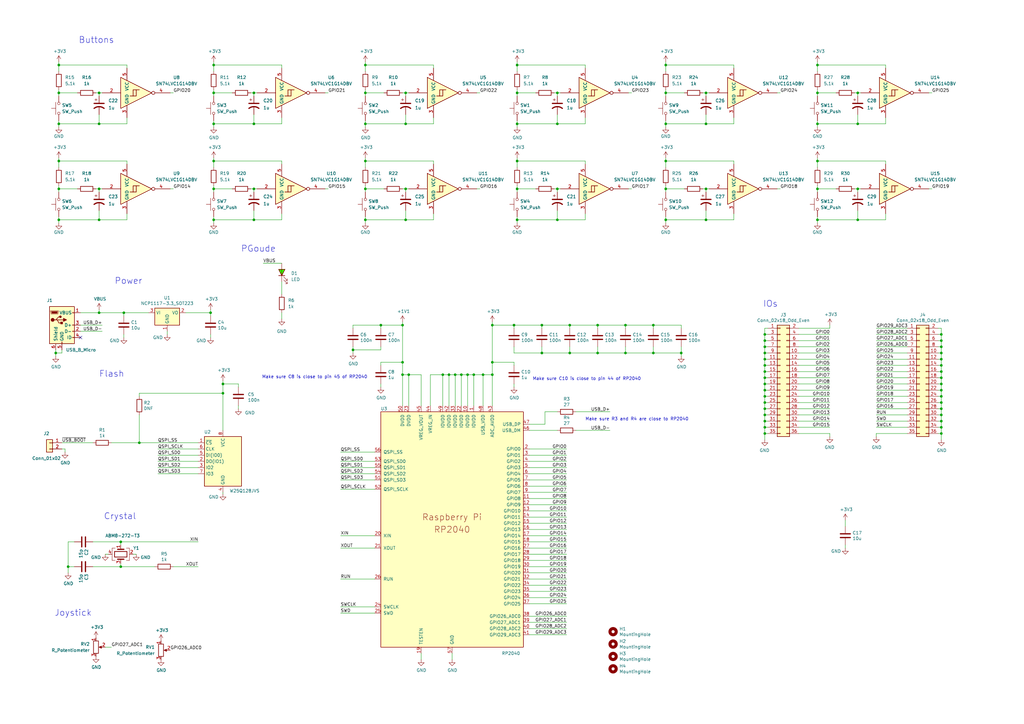
<source format=kicad_sch>
(kicad_sch (version 20231120) (generator "eeschema") (generator_version "8.0")
  (paper "A3")
  (title_block (title "RP2040 Minimal Design Example") (date "2024-01-16") (rev "REV2") (company "Raspberry Pi Ltd"))
  (junction (at 166.37 77.47))
  (junction (at 335.28 90.17))
  (junction (at 189.23 153.67))
  (junction (at 386.08 142.24))
  (junction (at 186.69 153.67))
  (junction (at 313.69 144.78))
  (junction (at 273.05 90.17))
  (junction (at 386.08 177.8))
  (junction (at 386.08 144.78))
  (junction (at 91.44 161.29))
  (junction (at 165.1 148.59))
  (junction (at 201.93 148.59))
  (junction (at 156.21 133.35))
  (junction (at 386.08 160.02))
  (junction (at 289.56 50.8))
  (junction (at 228.6 77.47))
  (junction (at 40.64 50.8))
  (junction (at 27.94 232.41))
  (junction (at 210.82 133.35))
  (junction (at 40.64 38.1))
  (junction (at 313.69 160.02))
  (junction (at 313.69 137.16))
  (junction (at 233.68 144.78))
  (junction (at 386.08 170.18))
  (junction (at 24.13 66.04))
  (junction (at 212.09 26.67))
  (junction (at 212.09 77.47))
  (junction (at 313.69 175.26))
  (junction (at 245.11 133.35))
  (junction (at 149.86 50.8))
  (junction (at 49.53 222.25))
  (junction (at 233.68 133.35))
  (junction (at 165.1 153.67))
  (junction (at 167.64 153.67))
  (junction (at 191.77 153.67))
  (junction (at 386.08 149.86))
  (junction (at 144.78 143.51))
  (junction (at 149.86 38.1))
  (junction (at 86.36 128.27))
  (junction (at 212.09 38.1))
  (junction (at 386.08 154.94))
  (junction (at 267.97 133.35))
  (junction (at 40.64 77.47))
  (junction (at 228.6 90.17))
  (junction (at 313.69 170.18))
  (junction (at 24.13 77.47))
  (junction (at 351.79 50.8))
  (junction (at 386.08 167.64))
  (junction (at 313.69 139.7))
  (junction (at 212.09 66.04))
  (junction (at 279.4 144.78))
  (junction (at 273.05 66.04))
  (junction (at 49.53 232.41))
  (junction (at 149.86 77.47))
  (junction (at 386.08 139.7))
  (junction (at 24.13 38.1))
  (junction (at 40.64 90.17))
  (junction (at 313.69 147.32))
  (junction (at 40.64 128.27))
  (junction (at 24.13 90.17))
  (junction (at 245.11 144.78))
  (junction (at 104.14 77.47))
  (junction (at 149.86 26.67))
  (junction (at 87.63 50.8))
  (junction (at 386.08 175.26))
  (junction (at 87.63 90.17))
  (junction (at 91.44 157.48))
  (junction (at 104.14 90.17))
  (junction (at 313.69 157.48))
  (junction (at 87.63 77.47))
  (junction (at 24.13 50.8))
  (junction (at 335.28 38.1))
  (junction (at 149.86 90.17))
  (junction (at 313.69 152.4))
  (junction (at 22.86 144.78))
  (junction (at 273.05 38.1))
  (junction (at 289.56 90.17))
  (junction (at 165.1 133.35))
  (junction (at 386.08 147.32))
  (junction (at 222.25 144.78))
  (junction (at 256.54 144.78))
  (junction (at 149.86 66.04))
  (junction (at 313.69 154.94))
  (junction (at 273.05 50.8))
  (junction (at 386.08 162.56))
  (junction (at 313.69 172.72))
  (junction (at 166.37 38.1))
  (junction (at 50.8 128.27))
  (junction (at 386.08 152.4))
  (junction (at 335.28 26.67))
  (junction (at 289.56 38.1))
  (junction (at 386.08 137.16))
  (junction (at 313.69 167.64))
  (junction (at 24.13 26.67))
  (junction (at 166.37 50.8))
  (junction (at 194.31 153.67))
  (junction (at 201.93 153.67))
  (junction (at 313.69 149.86))
  (junction (at 351.79 77.47))
  (junction (at 273.05 77.47))
  (junction (at 57.15 181.61))
  (junction (at 351.79 38.1))
  (junction (at 87.63 38.1))
  (junction (at 87.63 66.04))
  (junction (at 104.14 38.1))
  (junction (at 212.09 50.8))
  (junction (at 313.69 177.8))
  (junction (at 228.6 38.1))
  (junction (at 313.69 165.1))
  (junction (at 313.69 162.56))
  (junction (at 166.37 90.17))
  (junction (at 228.6 50.8))
  (junction (at 386.08 165.1))
  (junction (at 273.05 26.67))
  (junction (at 87.63 26.67))
  (junction (at 289.56 77.47))
  (junction (at 386.08 157.48))
  (junction (at 184.15 153.67))
  (junction (at 201.93 133.35))
  (junction (at 335.28 77.47))
  (junction (at 386.08 172.72))
  (junction (at 335.28 66.04))
  (junction (at 181.61 153.67))
  (junction (at 104.14 50.8))
  (junction (at 351.79 90.17))
  (junction (at 256.54 133.35))
  (junction (at 267.97 144.78))
  (junction (at 335.28 50.8))
  (junction (at 313.69 142.24))
  (junction (at 212.09 90.17))
  (junction (at 198.12 153.67))
  (junction (at 222.25 133.35))
  (no_connect (at 33.02 138.43))
  (wire (pts (xy 40.64 38.1) (xy 41.91 38.1)))
  (wire (pts (xy 165.1 153.67) (xy 165.1 166.37)))
  (wire (pts (xy 217.17 209.55) (xy 232.41 209.55)))
  (wire (pts (xy 144.78 143.51) (xy 156.21 143.51)))
  (wire (pts (xy 177.8 66.04) (xy 149.86 66.04)))
  (wire (pts (xy 223.52 168.91) (xy 223.52 173.99)))
  (wire (pts (xy 104.14 50.8) (xy 115.57 50.8)))
  (wire (pts (xy 386.08 160.02) (xy 386.08 162.56)))
  (wire (pts (xy 87.63 49.53) (xy 87.63 50.8)))
  (wire (pts (xy 40.64 128.27) (xy 50.8 128.27)))
  (wire (pts (xy 372.11 147.32) (xy 359.41 147.32)))
  (wire (pts (xy 335.28 25.4) (xy 335.28 26.67)))
  (wire (pts (xy 233.68 133.35) (xy 245.11 133.35)))
  (wire (pts (xy 227.33 38.1) (xy 228.6 38.1)))
  (wire (pts (xy 194.31 153.67) (xy 198.12 153.67)))
  (wire (pts (xy 39.37 38.1) (xy 40.64 38.1)))
  (wire (pts (xy 24.13 66.04) (xy 24.13 68.58)))
  (wire (pts (xy 340.36 154.94) (xy 327.66 154.94)))
  (wire (pts (xy 313.69 167.64) (xy 313.69 170.18)))
  (wire (pts (xy 346.71 223.52) (xy 346.71 224.79)))
  (wire (pts (xy 81.28 194.31) (xy 64.77 194.31)))
  (wire (pts (xy 233.68 134.62) (xy 233.68 133.35)))
  (wire (pts (xy 149.86 26.67) (xy 149.86 29.21)))
  (wire (pts (xy 165.1 132.08) (xy 165.1 133.35)))
  (wire (pts (xy 289.56 86.36) (xy 289.56 90.17)))
  (wire (pts (xy 273.05 50.8) (xy 273.05 52.07)))
  (wire (pts (xy 217.17 222.25) (xy 232.41 222.25)))
  (wire (pts (xy 289.56 39.37) (xy 289.56 38.1)))
  (wire (pts (xy 386.08 144.78) (xy 386.08 147.32)))
  (wire (pts (xy 372.11 154.94) (xy 359.41 154.94)))
  (wire (pts (xy 166.37 77.47) (xy 167.64 77.47)))
  (wire (pts (xy 104.14 77.47) (xy 105.41 77.47)))
  (wire (pts (xy 91.44 157.48) (xy 91.44 161.29)))
  (wire (pts (xy 24.13 26.67) (xy 24.13 29.21)))
  (wire (pts (xy 350.52 38.1) (xy 351.79 38.1)))
  (wire (pts (xy 50.8 137.16) (xy 50.8 138.43)))
  (wire (pts (xy 217.17 247.65) (xy 232.41 247.65)))
  (wire (pts (xy 273.05 90.17) (xy 273.05 91.44)))
  (wire (pts (xy 181.61 153.67) (xy 184.15 153.67)))
  (wire (pts (xy 212.09 38.1) (xy 212.09 39.37)))
  (wire (pts (xy 87.63 36.83) (xy 87.63 38.1)))
  (wire (pts (xy 217.17 242.57) (xy 232.41 242.57)))
  (wire (pts (xy 40.64 127) (xy 40.64 128.27)))
  (wire (pts (xy 217.17 176.53) (xy 228.6 176.53)))
  (wire (pts (xy 340.36 179.07) (xy 340.36 177.8)))
  (wire (pts (xy 217.17 184.15) (xy 232.41 184.15)))
  (wire (pts (xy 64.77 184.15) (xy 81.28 184.15)))
  (wire (pts (xy 335.28 64.77) (xy 335.28 66.04)))
  (wire (pts (xy 273.05 49.53) (xy 273.05 50.8)))
  (wire (pts (xy 104.14 38.1) (xy 105.41 38.1)))
  (wire (pts (xy 91.44 156.21) (xy 91.44 157.48)))
  (wire (pts (xy 228.6 50.8) (xy 212.09 50.8)))
  (wire (pts (xy 40.64 86.36) (xy 40.64 90.17)))
  (wire (pts (xy 236.22 168.91) (xy 250.19 168.91)))
  (wire (pts (xy 240.03 26.67) (xy 212.09 26.67)))
  (wire (pts (xy 314.96 177.8) (xy 313.69 177.8)))
  (wire (pts (xy 172.72 166.37) (xy 172.72 153.67)))
  (wire (pts (xy 386.08 167.64) (xy 386.08 170.18)))
  (wire (pts (xy 314.96 134.62) (xy 313.69 134.62)))
  (wire (pts (xy 340.36 177.8) (xy 327.66 177.8)))
  (wire (pts (xy 386.08 137.16) (xy 386.08 139.7)))
  (wire (pts (xy 165.1 77.47) (xy 166.37 77.47)))
  (wire (pts (xy 288.29 77.47) (xy 289.56 77.47)))
  (wire (pts (xy 233.68 142.24) (xy 233.68 144.78)))
  (wire (pts (xy 351.79 90.17) (xy 335.28 90.17)))
  (wire (pts (xy 149.86 38.1) (xy 157.48 38.1)))
  (wire (pts (xy 335.28 38.1) (xy 342.9 38.1)))
  (wire (pts (xy 228.6 78.74) (xy 228.6 77.47)))
  (wire (pts (xy 217.17 189.23) (xy 232.41 189.23)))
  (wire (pts (xy 24.13 77.47) (xy 31.75 77.47)))
  (wire (pts (xy 87.63 64.77) (xy 87.63 66.04)))
  (wire (pts (xy 381 77.47) (xy 382.27 77.47)))
  (wire (pts (xy 50.8 129.54) (xy 50.8 128.27)))
  (wire (pts (xy 165.1 148.59) (xy 165.1 153.67)))
  (wire (pts (xy 166.37 78.74) (xy 166.37 77.47)))
  (wire (pts (xy 69.85 38.1) (xy 71.12 38.1)))
  (wire (pts (xy 386.08 142.24) (xy 386.08 144.78)))
  (wire (pts (xy 43.18 227.33) (xy 44.45 227.33)))
  (wire (pts (xy 52.07 26.67) (xy 24.13 26.67)))
  (wire (pts (xy 176.53 153.67) (xy 181.61 153.67)))
  (wire (pts (xy 144.78 133.35) (xy 156.21 133.35)))
  (wire (pts (xy 340.36 152.4) (xy 327.66 152.4)))
  (wire (pts (xy 104.14 86.36) (xy 104.14 90.17)))
  (wire (pts (xy 212.09 64.77) (xy 212.09 66.04)))
  (wire (pts (xy 217.17 257.81) (xy 232.41 257.81)))
  (wire (pts (xy 57.15 170.18) (xy 57.15 181.61)))
  (wire (pts (xy 228.6 90.17) (xy 240.03 90.17)))
  (wire (pts (xy 386.08 172.72) (xy 386.08 175.26)))
  (wire (pts (xy 313.69 170.18) (xy 313.69 172.72)))
  (wire (pts (xy 335.28 66.04) (xy 335.28 68.58)))
  (wire (pts (xy 228.6 86.36) (xy 228.6 90.17)))
  (wire (pts (xy 144.78 142.24) (xy 144.78 143.51)))
  (wire (pts (xy 313.69 142.24) (xy 313.69 144.78)))
  (wire (pts (xy 314.96 160.02) (xy 313.69 160.02)))
  (wire (pts (xy 363.22 67.31) (xy 363.22 66.04)))
  (wire (pts (xy 54.61 227.33) (xy 55.88 227.33)))
  (wire (pts (xy 240.03 67.31) (xy 240.03 66.04)))
  (wire (pts (xy 314.96 157.48) (xy 313.69 157.48)))
  (wire (pts (xy 104.14 46.99) (xy 104.14 50.8)))
  (wire (pts (xy 139.7 196.85) (xy 153.67 196.85)))
  (wire (pts (xy 340.36 172.72) (xy 327.66 172.72)))
  (wire (pts (xy 177.8 27.94) (xy 177.8 26.67)))
  (wire (pts (xy 384.81 142.24) (xy 386.08 142.24)))
  (wire (pts (xy 38.1 222.25) (xy 49.53 222.25)))
  (wire (pts (xy 340.36 165.1) (xy 327.66 165.1)))
  (wire (pts (xy 240.03 66.04) (xy 212.09 66.04)))
  (wire (pts (xy 384.81 139.7) (xy 386.08 139.7)))
  (wire (pts (xy 363.22 90.17) (xy 363.22 87.63)))
  (wire (pts (xy 86.36 129.54) (xy 86.36 128.27)))
  (wire (pts (xy 201.93 153.67) (xy 201.93 166.37)))
  (wire (pts (xy 156.21 133.35) (xy 165.1 133.35)))
  (wire (pts (xy 351.79 46.99) (xy 351.79 50.8)))
  (wire (pts (xy 38.1 181.61) (xy 25.4 181.61)))
  (wire (pts (xy 372.11 142.24) (xy 359.41 142.24)))
  (wire (pts (xy 24.13 76.2) (xy 24.13 77.47)))
  (wire (pts (xy 149.86 38.1) (xy 149.86 39.37)))
  (wire (pts (xy 201.93 148.59) (xy 210.82 148.59)))
  (wire (pts (xy 91.44 202.565) (xy 91.44 201.93)))
  (wire (pts (xy 166.37 90.17) (xy 149.86 90.17)))
  (wire (pts (xy 212.09 49.53) (xy 212.09 50.8)))
  (wire (pts (xy 186.69 166.37) (xy 186.69 153.67)))
  (wire (pts (xy 133.35 38.1) (xy 134.62 38.1)))
  (wire (pts (xy 43.18 265.43) (xy 45.72 265.43)))
  (wire (pts (xy 33.02 133.35) (xy 41.91 133.35)))
  (wire (pts (xy 212.09 76.2) (xy 212.09 77.47)))
  (wire (pts (xy 340.36 162.56) (xy 327.66 162.56)))
  (wire (pts (xy 52.07 27.94) (xy 52.07 26.67)))
  (wire (pts (xy 165.1 133.35) (xy 165.1 148.59)))
  (wire (pts (xy 198.12 153.67) (xy 201.93 153.67)))
  (wire (pts (xy 240.03 27.94) (xy 240.03 26.67)))
  (wire (pts (xy 139.7 191.77) (xy 153.67 191.77)))
  (wire (pts (xy 300.99 90.17) (xy 300.99 87.63)))
  (wire (pts (xy 87.63 50.8) (xy 87.63 52.07)))
  (wire (pts (xy 335.28 36.83) (xy 335.28 38.1)))
  (wire (pts (xy 102.87 38.1) (xy 104.14 38.1)))
  (wire (pts (xy 153.67 237.49) (xy 139.7 237.49)))
  (wire (pts (xy 273.05 76.2) (xy 273.05 77.47)))
  (wire (pts (xy 256.54 134.62) (xy 256.54 133.35)))
  (wire (pts (xy 372.11 137.16) (xy 359.41 137.16)))
  (wire (pts (xy 184.15 153.67) (xy 186.69 153.67)))
  (wire (pts (xy 81.28 189.23) (xy 64.77 189.23)))
  (wire (pts (xy 340.36 144.78) (xy 327.66 144.78)))
  (wire (pts (xy 386.08 154.94) (xy 386.08 157.48)))
  (wire (pts (xy 340.36 139.7) (xy 327.66 139.7)))
  (wire (pts (xy 273.05 25.4) (xy 273.05 26.67)))
  (wire (pts (xy 384.81 175.26) (xy 386.08 175.26)))
  (wire (pts (xy 351.79 90.17) (xy 363.22 90.17)))
  (wire (pts (xy 335.28 76.2) (xy 335.28 77.47)))
  (wire (pts (xy 210.82 134.62) (xy 210.82 133.35)))
  (wire (pts (xy 104.14 50.8) (xy 87.63 50.8)))
  (wire (pts (xy 314.96 144.78) (xy 313.69 144.78)))
  (wire (pts (xy 335.28 90.17) (xy 335.28 91.44)))
  (wire (pts (xy 177.8 90.17) (xy 177.8 87.63)))
  (wire (pts (xy 313.69 147.32) (xy 313.69 149.86)))
  (wire (pts (xy 201.93 133.35) (xy 210.82 133.35)))
  (wire (pts (xy 97.79 157.48) (xy 91.44 157.48)))
  (wire (pts (xy 194.31 153.67) (xy 194.31 166.37)))
  (wire (pts (xy 24.13 36.83) (xy 24.13 38.1)))
  (wire (pts (xy 87.63 77.47) (xy 87.63 78.74)))
  (wire (pts (xy 184.15 166.37) (xy 184.15 153.67)))
  (wire (pts (xy 384.81 160.02) (xy 386.08 160.02)))
  (wire (pts (xy 25.4 143.51) (xy 25.4 144.78)))
  (wire (pts (xy 335.28 50.8) (xy 335.28 52.07)))
  (wire (pts (xy 49.53 231.14) (xy 49.53 232.41)))
  (wire (pts (xy 27.94 232.41) (xy 27.94 234.95)))
  (wire (pts (xy 217.17 173.99) (xy 223.52 173.99)))
  (wire (pts (xy 149.86 66.04) (xy 149.86 68.58)))
  (wire (pts (xy 386.08 157.48) (xy 386.08 160.02)))
  (wire (pts (xy 115.57 26.67) (xy 87.63 26.67)))
  (wire (pts (xy 384.81 147.32) (xy 386.08 147.32)))
  (wire (pts (xy 201.93 133.35) (xy 201.93 148.59)))
  (wire (pts (xy 384.81 152.4) (xy 386.08 152.4)))
  (wire (pts (xy 68.58 135.89) (xy 68.58 137.16)))
  (wire (pts (xy 153.67 224.79) (xy 139.7 224.79)))
  (wire (pts (xy 289.56 78.74) (xy 289.56 77.47)))
  (wire (pts (xy 351.79 38.1) (xy 353.06 38.1)))
  (wire (pts (xy 87.63 88.9) (xy 87.63 90.17)))
  (wire (pts (xy 177.8 26.67) (xy 149.86 26.67)))
  (wire (pts (xy 153.67 185.42) (xy 139.7 185.42)))
  (wire (pts (xy 313.69 165.1) (xy 313.69 167.64)))
  (wire (pts (xy 256.54 133.35) (xy 267.97 133.35)))
  (wire (pts (xy 228.6 46.99) (xy 228.6 50.8)))
  (wire (pts (xy 279.4 142.24) (xy 279.4 144.78)))
  (wire (pts (xy 71.12 232.41) (xy 81.28 232.41)))
  (wire (pts (xy 76.2 128.27) (xy 86.36 128.27)))
  (wire (pts (xy 40.64 77.47) (xy 41.91 77.47)))
  (wire (pts (xy 217.17 219.71) (xy 232.41 219.71)))
  (wire (pts (xy 314.96 139.7) (xy 313.69 139.7)))
  (wire (pts (xy 372.11 165.1) (xy 359.41 165.1)))
  (wire (pts (xy 335.28 88.9) (xy 335.28 90.17)))
  (wire (pts (xy 217.17 199.39) (xy 232.41 199.39)))
  (wire (pts (xy 351.79 86.36) (xy 351.79 90.17)))
  (wire (pts (xy 156.21 143.51) (xy 156.21 142.24)))
  (wire (pts (xy 314.96 170.18) (xy 313.69 170.18)))
  (wire (pts (xy 222.25 134.62) (xy 222.25 133.35)))
  (wire (pts (xy 222.25 144.78) (xy 210.82 144.78)))
  (wire (pts (xy 217.17 252.73) (xy 232.41 252.73)))
  (wire (pts (xy 39.37 77.47) (xy 40.64 77.47)))
  (wire (pts (xy 201.93 148.59) (xy 201.93 153.67)))
  (wire (pts (xy 87.63 25.4) (xy 87.63 26.67)))
  (wire (pts (xy 24.13 64.77) (xy 24.13 66.04)))
  (wire (pts (xy 386.08 165.1) (xy 386.08 167.64)))
  (wire (pts (xy 212.09 90.17) (xy 212.09 91.44)))
  (wire (pts (xy 351.79 50.8) (xy 335.28 50.8)))
  (wire (pts (xy 335.28 38.1) (xy 335.28 39.37)))
  (wire (pts (xy 201.93 132.08) (xy 201.93 133.35)))
  (wire (pts (xy 87.63 38.1) (xy 95.25 38.1)))
  (wire (pts (xy 386.08 139.7) (xy 386.08 142.24)))
  (wire (pts (xy 318.77 38.1) (xy 320.04 38.1)))
  (wire (pts (xy 40.64 90.17) (xy 52.07 90.17)))
  (wire (pts (xy 217.17 201.93) (xy 232.41 201.93)))
  (wire (pts (xy 156.21 149.86) (xy 156.21 148.59)))
  (wire (pts (xy 81.28 191.77) (xy 64.77 191.77)))
  (wire (pts (xy 25.4 184.15) (xy 26.67 184.15)))
  (wire (pts (xy 222.25 133.35) (xy 233.68 133.35)))
  (wire (pts (xy 313.69 134.62) (xy 313.69 137.16)))
  (wire (pts (xy 273.05 64.77) (xy 273.05 66.04)))
  (wire (pts (xy 87.63 77.47) (xy 95.25 77.47)))
  (wire (pts (xy 87.63 26.67) (xy 87.63 29.21)))
  (wire (pts (xy 372.11 162.56) (xy 359.41 162.56)))
  (wire (pts (xy 335.28 77.47) (xy 342.9 77.47)))
  (wire (pts (xy 45.72 181.61) (xy 57.15 181.61)))
  (wire (pts (xy 104.14 78.74) (xy 104.14 77.47)))
  (wire (pts (xy 212.09 25.4) (xy 212.09 26.67)))
  (wire (pts (xy 314.96 152.4) (xy 313.69 152.4)))
  (wire (pts (xy 313.69 177.8) (xy 313.69 180.34)))
  (wire (pts (xy 240.03 90.17) (xy 240.03 87.63)))
  (wire (pts (xy 384.81 177.8) (xy 386.08 177.8)))
  (wire (pts (xy 22.86 143.51) (xy 22.86 144.78)))
  (wire (pts (xy 149.86 25.4) (xy 149.86 26.67)))
  (wire (pts (xy 313.69 175.26) (xy 313.69 177.8)))
  (wire (pts (xy 217.17 260.35) (xy 232.41 260.35)))
  (wire (pts (xy 257.81 77.47) (xy 259.08 77.47)))
  (wire (pts (xy 384.81 134.62) (xy 386.08 134.62)))
  (wire (pts (xy 363.22 27.94) (xy 363.22 26.67)))
  (wire (pts (xy 289.56 77.47) (xy 290.83 77.47)))
  (wire (pts (xy 289.56 90.17) (xy 300.99 90.17)))
  (wire (pts (xy 359.41 177.8) (xy 372.11 177.8)))
  (wire (pts (xy 313.69 152.4) (xy 313.69 154.94)))
  (wire (pts (xy 313.69 137.16) (xy 313.69 139.7)))
  (wire (pts (xy 351.79 50.8) (xy 363.22 50.8)))
  (wire (pts (xy 351.79 78.74) (xy 351.79 77.47)))
  (wire (pts (xy 313.69 157.48) (xy 313.69 160.02)))
  (wire (pts (xy 222.25 142.24) (xy 222.25 144.78)))
  (wire (pts (xy 289.56 46.99) (xy 289.56 50.8)))
  (wire (pts (xy 313.69 172.72) (xy 313.69 175.26)))
  (wire (pts (xy 167.64 166.37) (xy 167.64 153.67)))
  (wire (pts (xy 228.6 90.17) (xy 212.09 90.17)))
  (wire (pts (xy 24.13 49.53) (xy 24.13 50.8)))
  (wire (pts (xy 386.08 152.4) (xy 386.08 154.94)))
  (wire (pts (xy 267.97 144.78) (xy 279.4 144.78)))
  (wire (pts (xy 313.69 149.86) (xy 313.69 152.4)))
  (wire (pts (xy 25.4 144.78) (xy 22.86 144.78)))
  (wire (pts (xy 273.05 77.47) (xy 280.67 77.47)))
  (wire (pts (xy 372.11 170.18) (xy 359.41 170.18)))
  (wire (pts (xy 24.13 90.17) (xy 24.13 91.44)))
  (wire (pts (xy 257.81 38.1) (xy 259.08 38.1)))
  (wire (pts (xy 340.36 149.86) (xy 327.66 149.86)))
  (wire (pts (xy 107.95 107.95) (xy 115.57 107.95)))
  (wire (pts (xy 52.07 66.04) (xy 24.13 66.04)))
  (wire (pts (xy 60.96 128.27) (xy 50.8 128.27)))
  (wire (pts (xy 318.77 77.47) (xy 320.04 77.47)))
  (wire (pts (xy 115.57 66.04) (xy 87.63 66.04)))
  (wire (pts (xy 256.54 142.24) (xy 256.54 144.78)))
  (wire (pts (xy 384.81 167.64) (xy 386.08 167.64)))
  (wire (pts (xy 40.64 90.17) (xy 24.13 90.17)))
  (wire (pts (xy 228.6 77.47) (xy 229.87 77.47)))
  (wire (pts (xy 384.81 165.1) (xy 386.08 165.1)))
  (wire (pts (xy 210.82 133.35) (xy 222.25 133.35)))
  (wire (pts (xy 210.82 157.48) (xy 210.82 158.75)))
  (wire (pts (xy 384.81 170.18) (xy 386.08 170.18)))
  (wire (pts (xy 217.17 204.47) (xy 232.41 204.47)))
  (wire (pts (xy 314.96 165.1) (xy 313.69 165.1)))
  (wire (pts (xy 363.22 50.8) (xy 363.22 48.26)))
  (wire (pts (xy 40.64 46.99) (xy 40.64 50.8)))
  (wire (pts (xy 191.77 166.37) (xy 191.77 153.67)))
  (wire (pts (xy 314.96 172.72) (xy 313.69 172.72)))
  (wire (pts (xy 38.1 232.41) (xy 49.53 232.41)))
  (wire (pts (xy 273.05 38.1) (xy 273.05 39.37)))
  (wire (pts (xy 177.8 67.31) (xy 177.8 66.04)))
  (wire (pts (xy 314.96 142.24) (xy 313.69 142.24)))
  (wire (pts (xy 30.48 232.41) (xy 27.94 232.41)))
  (wire (pts (xy 340.36 175.26) (xy 327.66 175.26)))
  (wire (pts (xy 49.53 232.41) (xy 63.5 232.41)))
  (wire (pts (xy 314.96 175.26) (xy 313.69 175.26)))
  (wire (pts (xy 300.99 66.04) (xy 273.05 66.04)))
  (wire (pts (xy 217.17 191.77) (xy 232.41 191.77)))
  (wire (pts (xy 165.1 38.1) (xy 166.37 38.1)))
  (wire (pts (xy 279.4 134.62) (xy 279.4 133.35)))
  (wire (pts (xy 153.67 251.46) (xy 139.7 251.46)))
  (wire (pts (xy 186.69 153.67) (xy 189.23 153.67)))
  (wire (pts (xy 313.69 154.94) (xy 313.69 157.48)))
  (wire (pts (xy 166.37 38.1) (xy 167.64 38.1)))
  (wire (pts (xy 273.05 77.47) (xy 273.05 78.74)))
  (wire (pts (xy 279.4 144.78) (xy 279.4 146.05)))
  (wire (pts (xy 384.81 149.86) (xy 386.08 149.86)))
  (wire (pts (xy 346.71 213.36) (xy 346.71 215.9)))
  (wire (pts (xy 24.13 38.1) (xy 31.75 38.1)))
  (wire (pts (xy 217.17 229.87) (xy 232.41 229.87)))
  (wire (pts (xy 314.96 154.94) (xy 313.69 154.94)))
  (wire (pts (xy 115.57 67.31) (xy 115.57 66.04)))
  (wire (pts (xy 386.08 134.62) (xy 386.08 137.16)))
  (wire (pts (xy 149.86 90.17) (xy 149.86 91.44)))
  (wire (pts (xy 240.03 50.8) (xy 240.03 48.26)))
  (wire (pts (xy 52.07 67.31) (xy 52.07 66.04)))
  (wire (pts (xy 153.67 200.66) (xy 139.7 200.66)))
  (wire (pts (xy 300.99 27.94) (xy 300.99 26.67)))
  (wire (pts (xy 314.96 162.56) (xy 313.69 162.56)))
  (wire (pts (xy 87.63 38.1) (xy 87.63 39.37)))
  (wire (pts (xy 185.42 267.97) (xy 185.42 270.51)))
  (wire (pts (xy 340.36 134.62) (xy 340.36 133.35)))
  (wire (pts (xy 228.6 50.8) (xy 240.03 50.8)))
  (wire (pts (xy 212.09 50.8) (xy 212.09 52.07)))
  (wire (pts (xy 288.29 38.1) (xy 289.56 38.1)))
  (wire (pts (xy 156.21 148.59) (xy 165.1 148.59)))
  (wire (pts (xy 217.17 227.33) (xy 232.41 227.33)))
  (wire (pts (xy 81.28 186.69) (xy 64.77 186.69)))
  (wire (pts (xy 24.13 77.47) (xy 24.13 78.74)))
  (wire (pts (xy 233.68 144.78) (xy 222.25 144.78)))
  (wire (pts (xy 104.14 90.17) (xy 87.63 90.17)))
  (wire (pts (xy 372.11 144.78) (xy 359.41 144.78)))
  (wire (pts (xy 289.56 50.8) (xy 300.99 50.8)))
  (wire (pts (xy 210.82 142.24) (xy 210.82 144.78)))
  (wire (pts (xy 372.11 149.86) (xy 359.41 149.86)))
  (wire (pts (xy 87.63 76.2) (xy 87.63 77.47)))
  (wire (pts (xy 340.36 157.48) (xy 327.66 157.48)))
  (wire (pts (xy 386.08 170.18) (xy 386.08 172.72)))
  (wire (pts (xy 372.11 172.72) (xy 359.41 172.72)))
  (wire (pts (xy 133.35 77.47) (xy 134.62 77.47)))
  (wire (pts (xy 340.36 142.24) (xy 327.66 142.24)))
  (wire (pts (xy 172.72 267.97) (xy 172.72 270.51)))
  (wire (pts (xy 104.14 90.17) (xy 115.57 90.17)))
  (wire (pts (xy 217.17 232.41) (xy 232.41 232.41)))
  (wire (pts (xy 363.22 26.67) (xy 335.28 26.67)))
  (wire (pts (xy 40.64 50.8) (xy 24.13 50.8)))
  (wire (pts (xy 273.05 88.9) (xy 273.05 90.17)))
  (wire (pts (xy 350.52 77.47) (xy 351.79 77.47)))
  (wire (pts (xy 149.86 50.8) (xy 149.86 52.07)))
  (wire (pts (xy 30.48 222.25) (xy 27.94 222.25)))
  (wire (pts (xy 217.17 212.09) (xy 232.41 212.09)))
  (wire (pts (xy 372.11 175.26) (xy 359.41 175.26)))
  (wire (pts (xy 115.57 128.27) (xy 115.57 130.81)))
  (wire (pts (xy 381 38.1) (xy 382.27 38.1)))
  (wire (pts (xy 217.17 237.49) (xy 232.41 237.49)))
  (wire (pts (xy 40.64 50.8) (xy 52.07 50.8)))
  (wire (pts (xy 24.13 50.8) (xy 24.13 52.07)))
  (wire (pts (xy 87.63 66.04) (xy 87.63 68.58)))
  (wire (pts (xy 149.86 76.2) (xy 149.86 77.47)))
  (wire (pts (xy 273.05 26.67) (xy 273.05 29.21)))
  (wire (pts (xy 314.96 147.32) (xy 313.69 147.32)))
  (wire (pts (xy 212.09 26.67) (xy 212.09 29.21)))
  (wire (pts (xy 167.64 153.67) (xy 165.1 153.67)))
  (wire (pts (xy 166.37 50.8) (xy 149.86 50.8)))
  (wire (pts (xy 149.86 88.9) (xy 149.86 90.17)))
  (wire (pts (xy 273.05 38.1) (xy 280.67 38.1)))
  (wire (pts (xy 236.22 176.53) (xy 250.19 176.53)))
  (wire (pts (xy 384.81 157.48) (xy 386.08 157.48)))
  (wire (pts (xy 102.87 77.47) (xy 104.14 77.47)))
  (wire (pts (xy 384.81 144.78) (xy 386.08 144.78)))
  (wire (pts (xy 217.17 217.17) (xy 232.41 217.17)))
  (wire (pts (xy 267.97 144.78) (xy 256.54 144.78)))
  (wire (pts (xy 27.94 222.25) (xy 27.94 232.41)))
  (wire (pts (xy 351.79 39.37) (xy 351.79 38.1)))
  (wire (pts (xy 166.37 86.36) (xy 166.37 90.17)))
  (wire (pts (xy 313.69 160.02) (xy 313.69 162.56)))
  (wire (pts (xy 313.69 144.78) (xy 313.69 147.32)))
  (wire (pts (xy 313.69 139.7) (xy 313.69 142.24)))
  (wire (pts (xy 49.53 223.52) (xy 49.53 222.25)))
  (wire (pts (xy 139.7 189.23) (xy 153.67 189.23)))
  (wire (pts (xy 52.07 50.8) (xy 52.07 48.26)))
  (wire (pts (xy 359.41 179.07) (xy 359.41 177.8)))
  (wire (pts (xy 189.23 153.67) (xy 191.77 153.67)))
  (wire (pts (xy 217.17 207.01) (xy 232.41 207.01)))
  (wire (pts (xy 384.81 154.94) (xy 386.08 154.94)))
  (wire (pts (xy 217.17 224.79) (xy 232.41 224.79)))
  (wire (pts (xy 340.36 160.02) (xy 327.66 160.02)))
  (wire (pts (xy 144.78 134.62) (xy 144.78 133.35)))
  (wire (pts (xy 386.08 149.86) (xy 386.08 152.4)))
  (wire (pts (xy 223.52 168.91) (xy 228.6 168.91)))
  (wire (pts (xy 212.09 66.04) (xy 212.09 68.58)))
  (wire (pts (xy 97.79 166.37) (xy 97.79 167.64)))
  (wire (pts (xy 144.78 143.51) (xy 144.78 144.78)))
  (wire (pts (xy 267.97 142.24) (xy 267.97 144.78)))
  (wire (pts (xy 40.64 78.74) (xy 40.64 77.47)))
  (wire (pts (xy 227.33 77.47) (xy 228.6 77.47)))
  (wire (pts (xy 139.7 219.71) (xy 153.67 219.71)))
  (wire (pts (xy 69.85 77.47) (xy 71.12 77.47)))
  (wire (pts (xy 363.22 66.04) (xy 335.28 66.04)))
  (wire (pts (xy 217.17 214.63) (xy 232.41 214.63)))
  (wire (pts (xy 340.36 170.18) (xy 327.66 170.18)))
  (wire (pts (xy 273.05 66.04) (xy 273.05 68.58)))
  (wire (pts (xy 245.11 133.35) (xy 256.54 133.35)))
  (wire (pts (xy 384.81 137.16) (xy 386.08 137.16)))
  (wire (pts (xy 314.96 167.64) (xy 313.69 167.64)))
  (wire (pts (xy 212.09 77.47) (xy 212.09 78.74)))
  (wire (pts (xy 195.58 38.1) (xy 196.85 38.1)))
  (wire (pts (xy 372.11 134.62) (xy 359.41 134.62)))
  (wire (pts (xy 340.36 137.16) (xy 327.66 137.16)))
  (wire (pts (xy 210.82 149.86) (xy 210.82 148.59)))
  (wire (pts (xy 212.09 88.9) (xy 212.09 90.17)))
  (wire (pts (xy 372.11 152.4) (xy 359.41 152.4)))
  (wire (pts (xy 340.36 147.32) (xy 327.66 147.32)))
  (wire (pts (xy 139.7 194.31) (xy 153.67 194.31)))
  (wire (pts (xy 335.28 49.53) (xy 335.28 50.8)))
  (wire (pts (xy 386.08 162.56) (xy 386.08 165.1)))
  (wire (pts (xy 273.05 36.83) (xy 273.05 38.1)))
  (wire (pts (xy 217.17 196.85) (xy 232.41 196.85)))
  (wire (pts (xy 313.69 162.56) (xy 313.69 165.1)))
  (wire (pts (xy 217.17 240.03) (xy 232.41 240.03)))
  (wire (pts (xy 217.17 186.69) (xy 232.41 186.69)))
  (wire (pts (xy 245.11 144.78) (xy 233.68 144.78)))
  (wire (pts (xy 314.96 149.86) (xy 313.69 149.86)))
  (wire (pts (xy 87.63 90.17) (xy 87.63 91.44)))
  (wire (pts (xy 149.86 36.83) (xy 149.86 38.1)))
  (wire (pts (xy 115.57 50.8) (xy 115.57 48.26)))
  (wire (pts (xy 97.79 158.75) (xy 97.79 157.48)))
  (wire (pts (xy 256.54 144.78) (xy 245.11 144.78)))
  (wire (pts (xy 289.56 50.8) (xy 273.05 50.8)))
  (wire (pts (xy 212.09 77.47) (xy 219.71 77.47)))
  (wire (pts (xy 115.57 90.17) (xy 115.57 87.63)))
  (wire (pts (xy 372.11 160.02) (xy 359.41 160.02)))
  (wire (pts (xy 115.57 115.57) (xy 115.57 120.65)))
  (wire (pts (xy 195.58 77.47) (xy 196.85 77.47)))
  (wire (pts (xy 191.77 153.67) (xy 194.31 153.67)))
  (wire (pts (xy 57.15 181.61) (xy 81.28 181.61)))
  (wire (pts (xy 149.86 64.77) (xy 149.86 66.04)))
  (wire (pts (xy 149.86 49.53) (xy 149.86 50.8)))
  (wire (pts (xy 181.61 166.37) (xy 181.61 153.67)))
  (wire (pts (xy 166.37 50.8) (xy 177.8 50.8)))
  (wire (pts (xy 33.02 128.27) (xy 40.64 128.27)))
  (wire (pts (xy 351.79 77.47) (xy 353.06 77.47)))
  (wire (pts (xy 372.11 139.7) (xy 359.41 139.7)))
  (wire (pts (xy 228.6 38.1) (xy 229.87 38.1)))
  (wire (pts (xy 115.57 27.94) (xy 115.57 26.67)))
  (wire (pts (xy 24.13 38.1) (xy 24.13 39.37)))
  (wire (pts (xy 314.96 137.16) (xy 313.69 137.16)))
  (wire (pts (xy 52.07 90.17) (xy 52.07 87.63)))
  (wire (pts (xy 24.13 25.4) (xy 24.13 26.67)))
  (wire (pts (xy 166.37 46.99) (xy 166.37 50.8)))
  (wire (pts (xy 104.14 39.37) (xy 104.14 38.1)))
  (wire (pts (xy 228.6 39.37) (xy 228.6 38.1)))
  (wire (pts (xy 300.99 50.8) (xy 300.99 48.26)))
  (wire (pts (xy 335.28 26.67) (xy 335.28 29.21)))
  (wire (pts (xy 386.08 147.32) (xy 386.08 149.86)))
  (wire (pts (xy 189.23 166.37) (xy 189.23 153.67)))
  (wire (pts (xy 335.28 77.47) (xy 335.28 78.74)))
  (wire (pts (xy 166.37 90.17) (xy 177.8 90.17)))
  (wire (pts (xy 156.21 134.62) (xy 156.21 133.35)))
  (wire (pts (xy 172.72 153.67) (xy 167.64 153.67)))
  (wire (pts (xy 149.86 77.47) (xy 149.86 78.74)))
  (wire (pts (xy 372.11 167.64) (xy 359.41 167.64)))
  (wire (pts (xy 267.97 133.35) (xy 279.4 133.35)))
  (wire (pts (xy 212.09 36.83) (xy 212.09 38.1)))
  (wire (pts (xy 267.97 134.62) (xy 267.97 133.35)))
  (wire (pts (xy 245.11 142.24) (xy 245.11 144.78)))
  (wire (pts (xy 217.17 234.95) (xy 232.41 234.95)))
  (wire (pts (xy 384.81 172.72) (xy 386.08 172.72)))
  (wire (pts (xy 177.8 50.8) (xy 177.8 48.26)))
  (wire (pts (xy 217.17 245.11) (xy 232.41 245.11)))
  (wire (pts (xy 198.12 166.37) (xy 198.12 153.67)))
  (wire (pts (xy 40.64 39.37) (xy 40.64 38.1)))
  (wire (pts (xy 212.09 38.1) (xy 219.71 38.1)))
  (wire (pts (xy 245.11 134.62) (xy 245.11 133.35)))
  (wire (pts (xy 153.67 248.92) (xy 139.7 248.92)))
  (wire (pts (xy 372.11 157.48) (xy 359.41 157.48)))
  (wire (pts (xy 176.53 166.37) (xy 176.53 153.67)))
  (wire (pts (xy 386.08 177.8) (xy 386.08 180.34)))
  (wire (pts (xy 156.21 157.48) (xy 156.21 158.75)))
  (wire (pts (xy 300.99 26.67) (xy 273.05 26.67)))
  (wire (pts (xy 289.56 38.1) (xy 290.83 38.1)))
  (wire (pts (xy 86.36 137.16) (xy 86.36 138.43)))
  (wire (pts (xy 340.36 167.64) (xy 327.66 167.64)))
  (wire (pts (xy 340.36 134.62) (xy 327.66 134.62)))
  (wire (pts (xy 22.86 144.78) (xy 22.86 146.05)))
  (wire (pts (xy 149.86 77.47) (xy 157.48 77.47)))
  (wire (pts (xy 386.08 175.26) (xy 386.08 177.8)))
  (wire (pts (xy 57.15 162.56) (xy 57.15 161.29)))
  (wire (pts (xy 57.15 161.29) (xy 91.44 161.29)))
  (wire (pts (xy 86.36 128.27) (xy 86.36 127)))
  (wire (pts (xy 217.17 255.27) (xy 232.41 255.27)))
  (wire (pts (xy 217.17 194.31) (xy 232.41 194.31)))
  (wire (pts (xy 289.56 90.17) (xy 273.05 90.17)))
  (wire (pts (xy 33.02 135.89) (xy 41.91 135.89)))
  (wire (pts (xy 26.67 184.15) (xy 26.67 185.42)))
  (wire (pts (xy 166.37 39.37) (xy 166.37 38.1)))
  (wire (pts (xy 24.13 88.9) (xy 24.13 90.17)))
  (wire (pts (xy 384.81 162.56) (xy 386.08 162.56)))
  (wire (pts (xy 91.44 161.29) (xy 91.44 176.53)))
  (wire (pts (xy 300.99 67.31) (xy 300.99 66.04)))
  (wire (pts (xy 49.53 222.25) (xy 81.28 222.25)))
  (text "IOs" (at 312.928 126.238 0) (effects (font (size 2.54 2.54)) (justify left bottom)))
  (text "Power" (at 46.99 116.84 0) (effects (font (size 2.54 2.54)) (justify left bottom)))
  (text "Crystal" (at 42.545 213.36 0) (effects (font (size 2.54 2.54)) (justify left bottom)))
  (text "Joystick" (at 22.352 252.984 0) (effects (font (size 2.54 2.54)) (justify left bottom)))
  (text "Make sure C8 is close to pin 45 of RP2040" (at 107.442 155.448 0) (effects (font (size 1.27 1.27)) (justify left bottom)))
  (text "Make sure C10 is close to pin 44 of RP2040" (at 218.44 156.21 0) (effects (font (size 1.27 1.27)) (justify left bottom)))
  (text "Buttons" (at 32.258 18.034 0) (effects (font (size 2.54 2.54)) (justify left bottom)))
  (text "Make sure R3 and R4 are close to RP2040" (at 240.03 172.72 0) (effects (font (size 1.27 1.27)) (justify left bottom)))
  (text "Flash" (at 40.64 154.94 0) (effects (font (size 2.54 2.54)) (justify left bottom)))
  (text "PGoude" (at 98.806 103.632 0) (effects (font (size 2.54 2.54)) (justify left bottom)))
  (label "XOUT" (at 81.28 232.41 180))
  (label "GPIO24" (at 359.41 147.32 0))
  (label "GPIO3" (at 340.36 144.78 180))
  (label "GPIO23" (at 259.08 38.1 0))
  (label "USB_D-" (at 41.91 135.89 180))
  (label "QSPI_SS" (at 64.77 181.61 0))
  (label "QSPI_SD3" (at 64.77 194.31 0))
  (label "GPIO7" (at 340.36 154.94 180))
  (label "QSPI_SD2" (at 139.7 194.31 0))
  (label "USB_D-" (at 250.19 176.53 180))
  (label "GPIO4" (at 232.41 194.31 180))
  (label "GPIO21" (at 359.41 154.94 0))
  (label "RUN" (at 139.7 237.49 0))
  (label "XOUT" (at 139.7 224.79 0))
  (label "GPIO25" (at 382.27 38.1 0))
  (label "GPIO10" (at 340.36 162.56 180))
  (label "GPIO29_ADC3" (at 232.41 260.35 180))
  (label "QSPI_SD1" (at 139.7 191.77 0))
  (label "GPIO13" (at 232.41 217.17 180))
  (label "GPIO6" (at 232.41 199.39 180))
  (label "USB_D+" (at 250.19 168.91 180))
  (label "GPIO29_ADC3" (at 359.41 134.62 0))
  (label "GPIO28_ADC2" (at 359.41 137.16 0))
  (label "SWD" (at 139.7 251.46 0))
  (label "GPIO20" (at 232.41 234.95 180))
  (label "QSPI_SD1" (at 64.77 189.23 0))
  (label "GPIO14" (at 71.12 77.47 0))
  (label "QSPI_SD3" (at 139.7 196.85 0))
  (label "GPIO6" (at 340.36 152.4 180))
  (label "SWD" (at 359.41 172.72 0))
  (label "RUN" (at 359.41 170.18 0))
  (label "GPIO18" (at 232.41 229.87 180))
  (label "GPIO25" (at 232.41 247.65 180))
  (label "GPIO2" (at 340.36 142.24 180))
  (label "GPIO19" (at 382.27 77.47 0))
  (label "GPIO1" (at 340.36 139.7 180))
  (label "GPIO0" (at 232.41 184.15 180))
  (label "VBUS" (at 107.95 107.95 0))
  (label "GPIO8" (at 340.36 157.48 180))
  (label "GPIO11" (at 340.36 165.1 180))
  (label "GPIO21" (at 232.41 237.49 180))
  (label "GPIO11" (at 232.41 212.09 180))
  (label "GPIO17" (at 359.41 165.1 0))
  (label "GPIO27_ADC1" (at 232.41 255.27 180))
  (label "GPIO1" (at 232.41 186.69 180))
  (label "XIN" (at 81.28 222.25 180))
  (label "USB_D+" (at 41.91 133.35 180))
  (label "GPIO4" (at 340.36 147.32 180))
  (label "GPIO14" (at 232.41 219.71 180))
  (label "GPIO3" (at 232.41 191.77 180))
  (label "GPIO10" (at 232.41 209.55 180))
  (label "GPIO27_ADC1" (at 45.72 265.43 0))
  (label "GPIO23" (at 232.41 242.57 180))
  (label "GPIO17" (at 259.08 77.47 0))
  (label "SWCLK" (at 139.7 248.92 0))
  (label "GPIO9" (at 340.36 160.02 180))
  (label "QSPI_SCLK" (at 139.7 200.66 0))
  (label "GPIO27_ADC1" (at 359.41 139.7 0))
  (label "GPIO25" (at 359.41 144.78 0))
  (label "GPIO12" (at 340.36 167.64 180))
  (label "QSPI_SD0" (at 139.7 189.23 0))
  (label "GPIO5" (at 340.36 149.86 180))
  (label "GPIO18" (at 320.04 77.47 0))
  (label "GPIO17" (at 232.41 227.33 180))
  (label "GPIO18" (at 359.41 162.56 0))
  (label "GPIO2" (at 232.41 189.23 180))
  (label "GPIO9" (at 232.41 207.01 180))
  (label "GPIO15" (at 232.41 222.25 180))
  (label "GPIO12" (at 232.41 214.63 180))
  (label "GPIO24" (at 232.41 245.11 180))
  (label "GPIO5" (at 232.41 196.85 180))
  (label "GPIO22" (at 232.41 240.03 180))
  (label "GPIO15" (at 134.62 77.47 0))
  (label "SWCLK" (at 359.41 175.26 0))
  (label "GPIO19" (at 232.41 232.41 180))
  (label "GPIO24" (at 320.04 38.1 0))
  (label "GPIO22" (at 196.85 38.1 0))
  (label "QSPI_SS" (at 139.7 185.42 0))
  (label "QSPI_SD2" (at 64.77 191.77 0))
  (label "QSPI_SD0" (at 64.77 186.69 0))
  (label "QSPI_SCLK" (at 64.77 184.15 0))
  (label "GPIO21" (at 134.62 38.1 0))
  (label "~{USB_BOOT}" (at 25.4 181.61 0))
  (label "GPIO20" (at 359.41 157.48 0))
  (label "GPIO26_ADC0" (at 232.41 252.73 180))
  (label "GPIO28_ADC2" (at 232.41 257.81 180))
  (label "GPIO20" (at 71.12 38.1 0))
  (label "GPIO16" (at 232.41 224.79 180))
  (label "GPIO8" (at 232.41 204.47 180))
  (label "XIN" (at 139.7 219.71 0))
  (label "GPIO23" (at 359.41 149.86 0))
  (label "GPIO22" (at 359.41 152.4 0))
  (label "GPIO15" (at 340.36 175.26 180))
  (label "GPIO16" (at 359.41 167.64 0))
  (label "GPIO26_ADC0" (at 359.41 142.24 0))
  (label "GPIO13" (at 340.36 170.18 180))
  (label "GPIO19" (at 359.41 160.02 0))
  (label "GPIO16" (at 196.85 77.47 0))
  (label "GPIO7" (at 232.41 201.93 180))
  (label "GPIO0" (at 340.36 137.16 180))
  (label "GPIO14" (at 340.36 172.72 180))
  (label "GPIO26_ADC0" (at 69.85 266.7 0))
  (symbol (lib_id "MCU_RaspberryPi_RP2040:RP2040") (at 185.42 217.17 0) (unit 1)
    (property "Reference" "U3" (at 157.48 167.64 0))
    (property "Value" "RP2040" (at 209.55 267.97 0))
    (property "Footprint" "RP2040_minimal:RP2040-QFN-56" (effects (hide yes)))
  )
  (symbol (lib_id "Memory_Flash:W25Q128JVS") (at 91.44 189.23 0) (unit 1)
    (property "Reference" "U2" (at 85.09 177.165 0))
    (property "Value" "W25Q128JVS" (at 100.33 201.295 0))
    (property "Footprint" "Package_SO:SOIC-8_5.23x5.23mm_P1.27mm" (effects (hide yes)))
    (property "Datasheet" "http://www.winbond.com/resource-files/w25q128jv_dtr%20revc%2003272018%20plus.pdf" (effects (hide yes)))
  )
  (symbol (lib_id "power:+3V3") (at 91.44 156.21 0) (unit 1)
    (property "Reference" "#PWR07" (effects (hide yes)))
    (property "Value" "+3V3" (at 91.821 151.8158 0))
  )
  (symbol (lib_id "power:GND") (at 91.44 202.565 0) (unit 1)
    (property "Reference" "#PWR08" (effects (hide yes)))
    (property "Value" "GND" (at 87.63 203.835 0))
  )
  (symbol (lib_id "Device:R") (at 57.15 166.37 0) (unit 1)
    (property "Reference" "R2" (at 58.928 165.2016 0) (effects (justify left)))
    (property "Value" "DNF" (at 58.928 167.513 0) (effects (justify left)))
    (property "Footprint" "Resistor_SMD:R_0402_1005Metric" (effects (hide yes)))
  )
  (symbol (lib_id "Device:R") (at 41.91 181.61 270) (unit 1)
    (property "Reference" "R1" (at 41.91 176.3522 90))
    (property "Value" "1k" (at 41.91 178.6636 90))
    (property "Footprint" "Resistor_SMD:R_0402_1005Metric" (effects (hide yes)))
  )
  (symbol (lib_id "Device:C") (at 97.79 162.56 0) (unit 1)
    (property "Reference" "C5" (at 101.6 161.7726 0) (effects (justify left)))
    (property "Value" "100n" (at 101.6 164.084 0) (effects (justify left)))
    (property "Footprint" "Capacitor_SMD:C_0402_1005Metric" (effects (hide yes)))
  )
  (symbol (lib_id "power:GND") (at 97.79 167.64 0) (unit 1)
    (property "Reference" "#PWR011" (effects (hide yes)))
    (property "Value" "GND" (at 102.489 169.291 0))
  )
  (symbol (lib_id "Connector:USB_B_Micro") (at 25.4 133.35 0) (unit 1)
    (property "Reference" "J1" (at 21.59 123.19 0) (effects (justify right)))
    (property "Value" "USB_B_Micro" (at 39.37 143.51 0) (effects (justify right)))
    (property "Footprint" "RP2040_minimal:USB_Micro-B_Amphenol_10103594-0001LF_Horizontal_modified" (effects (hide yes)))
  )
  (symbol (lib_id "power:GND") (at 185.42 270.51 0) (unit 1)
    (property "Reference" "#PWR016" (effects (hide yes)))
    (property "Value" "GND" (at 185.547 274.9042 0))
  )
  (symbol (lib_id "power:GND") (at 172.72 270.51 0) (unit 1)
    (property "Reference" "#PWR015" (effects (hide yes)))
    (property "Value" "GND" (at 172.847 274.9042 0))
  )
  (symbol (lib_id "Device:R") (at 232.41 168.91 270) (unit 1)
    (property "Reference" "R3" (at 232.41 163.6522 90))
    (property "Value" "27" (at 232.41 165.9636 90))
    (property "Footprint" "Resistor_SMD:R_0402_1005Metric" (effects (hide yes)))
  )
  (symbol (lib_id "Device:R") (at 232.41 176.53 270) (unit 1)
    (property "Reference" "R4" (at 232.41 171.2722 90))
    (property "Value" "27" (at 232.41 173.5836 90))
    (property "Footprint" "Resistor_SMD:R_0402_1005Metric" (effects (hide yes)))
  )
  (symbol (lib_id "power:GND") (at 22.86 146.05 0) (unit 1)
    (property "Reference" "#PWR01" (effects (hide yes)))
    (property "Value" "GND" (at 22.987 150.4442 0))
  )
  (symbol (lib_id "power:GND") (at 340.36 179.07 0) (mirror y) (unit 1)
    (property "Reference" "#PWR020" (effects (hide yes)))
    (property "Value" "GND" (at 340.233 183.4642 0))
  )
  (symbol (lib_id "power:GND") (at 359.41 179.07 0) (unit 1)
    (property "Reference" "#PWR0101" (effects (hide yes)))
    (property "Value" "GND" (at 359.537 183.4642 0))
  )
  (symbol (lib_id "power:+3V3") (at 201.93 132.08 0) (unit 1)
    (property "Reference" "#PWR017" (effects (hide yes)))
    (property "Value" "+3V3" (at 202.311 127.6858 0))
  )
  (symbol (lib_id "power:+1V1") (at 165.1 132.08 0) (unit 1)
    (property "Reference" "#PWR014" (effects (hide yes)))
    (property "Value" "+1V1" (at 165.481 127.6858 0))
  )
  (symbol (lib_id "Device:C") (at 210.82 138.43 0) (unit 1)
    (property "Reference" "C9" (at 213.741 137.2616 0) (effects (justify left)))
    (property "Value" "100n" (at 213.741 139.573 0) (effects (justify left)))
    (property "Footprint" "Capacitor_SMD:C_0402_1005Metric" (effects (hide yes)))
  )
  (symbol (lib_id "Device:C") (at 222.25 138.43 0) (unit 1)
    (property "Reference" "C11" (at 225.171 137.2616 0) (effects (justify left)))
    (property "Value" "100n" (at 225.171 139.573 0) (effects (justify left)))
    (property "Footprint" "Capacitor_SMD:C_0402_1005Metric" (effects (hide yes)))
  )
  (symbol (lib_id "Device:C") (at 233.68 138.43 0) (unit 1)
    (property "Reference" "C12" (at 236.601 137.2616 0) (effects (justify left)))
    (property "Value" "100n" (at 236.601 139.573 0) (effects (justify left)))
    (property "Footprint" "Capacitor_SMD:C_0402_1005Metric" (effects (hide yes)))
  )
  (symbol (lib_id "Device:C") (at 245.11 138.43 0) (unit 1)
    (property "Reference" "C13" (at 248.031 137.2616 0) (effects (justify left)))
    (property "Value" "100n" (at 248.031 139.573 0) (effects (justify left)))
    (property "Footprint" "Capacitor_SMD:C_0402_1005Metric" (effects (hide yes)))
  )
  (symbol (lib_id "Device:C") (at 256.54 138.43 0) (unit 1)
    (property "Reference" "C14" (at 259.461 137.2616 0) (effects (justify left)))
    (property "Value" "100n" (at 259.461 139.573 0) (effects (justify left)))
    (property "Footprint" "Capacitor_SMD:C_0402_1005Metric" (effects (hide yes)))
  )
  (symbol (lib_id "Device:C") (at 267.97 138.43 0) (unit 1)
    (property "Reference" "C15" (at 270.891 137.2616 0) (effects (justify left)))
    (property "Value" "100n" (at 270.891 139.573 0) (effects (justify left)))
    (property "Footprint" "Capacitor_SMD:C_0402_1005Metric" (effects (hide yes)))
  )
  (symbol (lib_id "Device:C") (at 279.4 138.43 0) (unit 1)
    (property "Reference" "C16" (at 282.321 137.2616 0) (effects (justify left)))
    (property "Value" "100n" (at 282.321 139.573 0) (effects (justify left)))
    (property "Footprint" "Capacitor_SMD:C_0402_1005Metric" (effects (hide yes)))
  )
  (symbol (lib_id "Device:C") (at 144.78 138.43 0) (unit 1)
    (property "Reference" "C6" (at 147.701 137.2616 0) (effects (justify left)))
    (property "Value" "100n" (at 147.701 139.573 0) (effects (justify left)))
    (property "Footprint" "Capacitor_SMD:C_0402_1005Metric" (effects (hide yes)))
  )
  (symbol (lib_id "Device:C") (at 156.21 138.43 0) (unit 1)
    (property "Reference" "C7" (at 159.131 137.2616 0) (effects (justify left)))
    (property "Value" "100n" (at 159.131 139.573 0) (effects (justify left)))
    (property "Footprint" "Capacitor_SMD:C_0402_1005Metric" (effects (hide yes)))
  )
  (symbol (lib_id "Device:C") (at 156.21 153.67 0) (unit 1)
    (property "Reference" "C8" (at 159.131 152.5016 0) (effects (justify left)))
    (property "Value" "1u" (at 159.131 154.813 0) (effects (justify left)))
    (property "Footprint" "Capacitor_SMD:C_0402_1005Metric" (effects (hide yes)))
  )
  (symbol (lib_id "Device:C") (at 210.82 153.67 0) (unit 1)
    (property "Reference" "C10" (at 213.741 152.5016 0) (effects (justify left)))
    (property "Value" "1u" (at 213.741 154.813 0) (effects (justify left)))
    (property "Footprint" "Capacitor_SMD:C_0402_1005Metric" (effects (hide yes)))
  )
  (symbol (lib_id "Mechanical:MountingHole") (at 251.46 259.08 0) (unit 1)
    (property "Reference" "H1" (at 254 257.9116 0) (effects (justify left)))
    (property "Value" "MountingHole" (at 254 260.223 0) (effects (justify left)))
    (property "Footprint" "MountingHole:MountingHole_2.7mm_M2.5" (effects (hide yes)))
  )
  (symbol (lib_id "Mechanical:MountingHole") (at 251.46 264.16 0) (unit 1)
    (property "Reference" "H2" (at 254 262.9916 0) (effects (justify left)))
    (property "Value" "MountingHole" (at 254 265.303 0) (effects (justify left)))
    (property "Footprint" "MountingHole:MountingHole_2.7mm_M2.5" (effects (hide yes)))
  )
  (symbol (lib_id "Mechanical:MountingHole") (at 251.46 269.24 0) (unit 1)
    (property "Reference" "H3" (at 254 268.0716 0) (effects (justify left)))
    (property "Value" "MountingHole" (at 254 270.383 0) (effects (justify left)))
    (property "Footprint" "MountingHole:MountingHole_2.7mm_M2.5" (effects (hide yes)))
  )
  (symbol (lib_id "Mechanical:MountingHole") (at 251.46 274.32 0) (unit 1)
    (property "Reference" "H4" (at 254 273.1516 0) (effects (justify left)))
    (property "Value" "MountingHole" (at 254 275.463 0) (effects (justify left)))
    (property "Footprint" "MountingHole:MountingHole_2.7mm_M2.5" (effects (hide yes)))
  )
  (symbol (lib_id "power:GND") (at 279.4 146.05 0) (unit 1)
    (property "Reference" "#PWR023" (effects (hide yes)))
    (property "Value" "GND" (at 279.527 150.4442 0))
  )
  (symbol (lib_id "power:GND") (at 144.78 144.78 0) (unit 1)
    (property "Reference" "#PWR012" (effects (hide yes)))
    (property "Value" "GND" (at 144.907 149.1742 0))
  )
  (symbol (lib_id "power:GND") (at 156.21 158.75 0) (unit 1)
    (property "Reference" "#PWR013" (effects (hide yes)))
    (property "Value" "GND" (at 156.337 163.1442 0))
  )
  (symbol (lib_id "power:GND") (at 210.82 158.75 0) (unit 1)
    (property "Reference" "#PWR018" (effects (hide yes)))
    (property "Value" "GND" (at 210.947 163.1442 0))
  )
  (symbol (lib_id "Regulator_Linear:NCP1117-3.3_SOT223") (at 68.58 128.27 0) (unit 1)
    (property "Reference" "U1" (at 68.58 122.1232 0))
    (property "Value" "NCP1117-3.3_SOT223" (at 68.58 124.4346 0))
    (property "Footprint" "Package_TO_SOT_SMD:SOT-223-3_TabPin2" (effects (hide yes)))
    (property "Datasheet" "http://www.onsemi.com/pub_link/Collateral/NCP1117-D.PDF" (effects (hide yes)))
  )
  (symbol (lib_id "power:VBUS") (at 40.64 127 0) (unit 1)
    (property "Reference" "#PWR03" (effects (hide yes)))
    (property "Value" "VBUS" (at 41.021 122.6058 0))
  )
  (symbol (lib_id "power:GND") (at 68.58 137.16 0) (unit 1)
    (property "Reference" "#PWR05" (effects (hide yes)))
    (property "Value" "GND" (at 64.77 138.43 0))
  )
  (symbol (lib_id "power:+3V3") (at 86.36 127 0) (unit 1)
    (property "Reference" "#PWR09" (effects (hide yes)))
    (property "Value" "+3V3" (at 86.741 122.6058 0))
  )
  (symbol (lib_id "Device:C") (at 50.8 133.35 0) (unit 1)
    (property "Reference" "C1" (at 53.721 132.1816 0) (effects (justify left)))
    (property "Value" "10u" (at 53.721 134.493 0) (effects (justify left)))
    (property "Footprint" "Capacitor_SMD:C_0805_2012Metric" (effects (hide yes)))
  )
  (symbol (lib_id "Device:C") (at 86.36 133.35 0) (unit 1)
    (property "Reference" "C4" (at 89.281 132.1816 0) (effects (justify left)))
    (property "Value" "10u" (at 89.281 134.493 0) (effects (justify left)))
    (property "Footprint" "Capacitor_SMD:C_0805_2012Metric" (effects (hide yes)))
  )
  (symbol (lib_id "power:GND") (at 50.8 138.43 0) (unit 1)
    (property "Reference" "#PWR04" (effects (hide yes)))
    (property "Value" "GND" (at 46.99 139.7 0))
  )
  (symbol (lib_id "power:GND") (at 86.36 138.43 0) (unit 1)
    (property "Reference" "#PWR010" (effects (hide yes)))
    (property "Value" "GND" (at 82.55 139.7 0))
  )
  (symbol (lib_id "power:+3V3") (at 346.71 213.36 0) (unit 1)
    (property "Reference" "#PWR024" (effects (hide yes)))
    (property "Value" "+3V3" (at 347.091 208.9658 0))
  )
  (symbol (lib_id "Device:C") (at 346.71 219.71 0) (unit 1)
    (property "Reference" "C17" (at 349.631 218.5416 0) (effects (justify left)))
    (property "Value" "10u" (at 349.631 220.853 0) (effects (justify left)))
    (property "Footprint" "Capacitor_SMD:C_0805_2012Metric" (effects (hide yes)))
  )
  (symbol (lib_id "power:GND") (at 346.71 224.79 0) (unit 1)
    (property "Reference" "#PWR025" (effects (hide yes)))
    (property "Value" "GND" (at 342.9 226.06 0))
  )
  (symbol (lib_id "power:GND") (at 313.69 180.34 0) (mirror y) (unit 1)
    (property "Reference" "#PWR021" (effects (hide yes)))
    (property "Value" "GND" (at 313.563 184.7342 0))
  )
  (symbol (lib_id "power:GND") (at 386.08 180.34 0) (unit 1)
    (property "Reference" "#PWR022" (effects (hide yes)))
    (property "Value" "GND" (at 386.207 184.7342 0))
  )
  (symbol (lib_id "Connector_Generic:Conn_01x02") (at 20.32 181.61 0) (mirror y) (unit 1)
    (property "Reference" "J2" (at 19.05 177.8 0))
    (property "Value" "Conn_01x02" (at 19.05 187.96 0))
    (property "Footprint" "Connector_PinHeader_2.54mm:PinHeader_1x02_P2.54mm_Vertical" (effects (hide yes)))
  )
  (symbol (lib_id "power:GND") (at 26.67 185.42 0) (unit 1)
    (property "Reference" "#PWR02" (effects (hide yes)))
    (property "Value" "GND" (at 26.797 189.8142 0))
  )
  (symbol (lib_id "power:+3V3") (at 340.36 133.35 0) (unit 1)
    (property "Reference" "#PWR019" (effects (hide yes)))
    (property "Value" "+3V3" (at 340.741 128.9558 0))
  )
  (symbol (lib_id "Connector_Generic:Conn_02x18_Odd_Even") (at 377.19 154.94 0) (unit 1)
    (property "Reference" "J4" (at 378.46 129.1082 0))
    (property "Value" "Conn_02x18_Odd_Even" (at 378.46 131.4196 0))
    (property "Footprint" "Connector_PinHeader_2.54mm:PinHeader_2x18_P2.54mm_Vertical" (effects (hide yes)))
  )
  (symbol (lib_id "Connector_Generic:Conn_02x18_Odd_Even") (at 320.04 154.94 0) (unit 1)
    (property "Reference" "J3" (at 321.31 129.1082 0))
    (property "Value" "Conn_02x18_Odd_Even" (at 321.31 131.4196 0))
    (property "Footprint" "Connector_PinHeader_2.54mm:PinHeader_2x18_P2.54mm_Vertical" (effects (hide yes)))
  )
  (symbol (lib_id "Device:R") (at 273.05 72.39 0) (unit 1)
    (property "Reference" "R25" (at 275.59 71.1199 0) (effects (justify left)))
    (property "Value" "5.1k" (at 275.59 73.6599 0) (effects (justify left)))
    (property "Description" "Resistor" (effects (hide yes)))
  )
  (symbol (lib_id "power:+3V3") (at 273.05 64.77 0) (unit 1)
    (property "Reference" "#PWR051" (effects (hide yes)))
    (property "Value" "+3V3" (at 273.431 60.3758 0))
  )
  (symbol (lib_id "74xGxx:SN74LVC1G14DBV") (at 57.15 77.47 0) (unit 1)
    (property "Reference" "U9" (at 72.39 71.1514 0))
    (property "Value" "SN74LVC1G14DBV" (at 72.39 73.6914 0))
    (property "Footprint" "Package_TO_SOT_SMD:SOT-23-5" (effects (hide yes)))
    (property "Datasheet" "https://www.ti.com/lit/ds/symlink/sn74lvc1g14.pdf" (effects (hide yes)))
    (property "Description" "Single Schmitt NOT Gate, Low-Voltage CMOS, SOT-23" (effects (hide yes)))
  )
  (symbol (lib_id "Device:C_Polarized_US") (at 351.79 43.18 0) (unit 1)
    (property "Reference" "C28" (at 355.6 41.2749 0) (effects (justify left)))
    (property "Value" "1u" (at 355.6 44.196 0) (effects (justify left)))
    (property "Description" "Polarized capacitor, US symbol" (effects (hide yes)))
  )
  (symbol (lib_id "Device:C_Polarized_US") (at 40.64 82.55 0) (unit 1)
    (property "Reference" "C23" (at 44.45 80.6449 0) (effects (justify left)))
    (property "Value" "1u" (at 44.45 83.566 0) (effects (justify left)))
    (property "Description" "Polarized capacitor, US symbol" (effects (hide yes)))
  )
  (symbol (lib_id "Device:R") (at 87.63 72.39 0) (unit 1)
    (property "Reference" "R19" (at 90.17 71.1199 0) (effects (justify left)))
    (property "Value" "5.1k" (at 90.17 73.6599 0) (effects (justify left)))
    (property "Description" "Resistor" (effects (hide yes)))
  )
  (symbol (lib_id "Switch:SW_Push") (at 335.28 44.45 90) (unit 1)
    (property "Reference" "SW11" (at 336.55 43.1799 90) (effects (justify right)))
    (property "Value" "SW_Push" (at 336.55 45.7199 90) (effects (justify right)))
    (property "Description" "Push button switch, generic, two pins" (effects (hide yes)))
  )
  (symbol (lib_id "Device:R") (at 99.06 77.47 90) (unit 1)
    (property "Reference" "R20" (at 99.06 71.12 90))
    (property "Value" "1k" (at 99.06 73.66 90))
    (property "Description" "Resistor" (effects (hide yes)))
  )
  (symbol (lib_id "Device:C_Polarized_US") (at 228.6 43.18 0) (unit 1)
    (property "Reference" "C18" (at 232.41 41.2749 0) (effects (justify left)))
    (property "Value" "1u" (at 232.41 44.196 0) (effects (justify left)))
    (property "Description" "Polarized capacitor, US symbol" (effects (hide yes)))
  )
  (symbol (lib_id "Device:R") (at 223.52 77.47 90) (unit 1)
    (property "Reference" "R14" (at 223.52 71.12 90))
    (property "Value" "1k" (at 223.52 73.66 90))
    (property "Description" "Resistor" (effects (hide yes)))
  )
  (symbol (lib_id "74xGxx:SN74LVC1G14DBV") (at 306.07 38.1 0) (unit 1)
    (property "Reference" "U12" (at 321.31 31.7814 0))
    (property "Value" "SN74LVC1G14DBV" (at 321.31 34.3214 0))
    (property "Footprint" "Package_TO_SOT_SMD:SOT-23-5" (effects (hide yes)))
    (property "Datasheet" "https://www.ti.com/lit/ds/symlink/sn74lvc1g14.pdf" (effects (hide yes)))
    (property "Description" "Single Schmitt NOT Gate, Low-Voltage CMOS, SOT-23" (effects (hide yes)))
  )
  (symbol (lib_id "Switch:SW_Push") (at 87.63 44.45 90) (unit 1)
    (property "Reference" "SW3" (at 88.9 43.1799 90) (effects (justify right)))
    (property "Value" "SW_Push" (at 88.9 45.7199 90) (effects (justify right)))
    (property "Description" "Push button switch, generic, two pins" (effects (hide yes)))
  )
  (symbol (lib_id "Device:R") (at 284.48 38.1 90) (unit 1)
    (property "Reference" "R24" (at 284.48 31.75 90))
    (property "Value" "1k" (at 284.48 34.29 90))
    (property "Description" "Resistor" (effects (hide yes)))
  )
  (symbol (lib_id "power:GND") (at 24.13 52.07 0) (unit 1)
    (property "Reference" "#PWR042" (effects (hide yes)))
    (property "Value" "GND" (at 24.13 55.88 0))
  )
  (symbol (lib_id "74xGxx:SN74LVC1G14DBV") (at 245.11 77.47 0) (unit 1)
    (property "Reference" "U7" (at 260.35 71.1514 0))
    (property "Value" "SN74LVC1G14DBV" (at 260.35 73.6914 0))
    (property "Footprint" "Package_TO_SOT_SMD:SOT-23-5" (effects (hide yes)))
    (property "Datasheet" "https://www.ti.com/lit/ds/symlink/sn74lvc1g14.pdf" (effects (hide yes)))
    (property "Description" "Single Schmitt NOT Gate, Low-Voltage CMOS, SOT-23" (effects (hide yes)))
  )
  (symbol (lib_id "Device:C_Polarized_US") (at 104.14 43.18 0) (unit 1)
    (property "Reference" "C20" (at 107.95 41.2749 0) (effects (justify left)))
    (property "Value" "1u" (at 107.95 44.196 0) (effects (justify left)))
    (property "Description" "Polarized capacitor, US symbol" (effects (hide yes)))
  )
  (symbol (lib_id "power:+3V3") (at 24.13 64.77 0) (unit 1)
    (property "Reference" "#PWR043" (effects (hide yes)))
    (property "Value" "+3V3" (at 24.511 60.3758 0))
  )
  (symbol (lib_id "power:+3V3") (at 87.63 25.4 0) (unit 1)
    (property "Reference" "#PWR037" (effects (hide yes)))
    (property "Value" "+3V3" (at 88.011 21.0058 0))
  )
  (symbol (lib_id "power:+3V3") (at 24.13 25.4 0) (unit 1)
    (property "Reference" "#PWR041" (effects (hide yes)))
    (property "Value" "+3V3" (at 24.511 21.0058 0))
  )
  (symbol (lib_id "Switch:SW_Push") (at 149.86 83.82 90) (unit 1)
    (property "Reference" "SW8" (at 151.13 82.5499 90) (effects (justify right)))
    (property "Value" "SW_Push" (at 151.13 85.0899 90) (effects (justify right)))
    (property "Description" "Push button switch, generic, two pins" (effects (hide yes)))
  )
  (symbol (lib_id "Device:R") (at 35.56 38.1 90) (unit 1)
    (property "Reference" "R16" (at 35.56 31.75 90))
    (property "Value" "1k" (at 35.56 34.29 90))
    (property "Description" "Resistor" (effects (hide yes)))
  )
  (symbol (lib_id "power:+3V3") (at 212.09 64.77 0) (unit 1)
    (property "Reference" "#PWR039" (effects (hide yes)))
    (property "Value" "+3V3" (at 212.471 60.3758 0))
  )
  (symbol (lib_id "Device:C_Polarized_US") (at 289.56 43.18 0) (unit 1)
    (property "Reference" "C26" (at 293.37 41.2749 0) (effects (justify left)))
    (property "Value" "1u" (at 293.37 44.196 0) (effects (justify left)))
    (property "Description" "Polarized capacitor, US symbol" (effects (hide yes)))
  )
  (symbol (lib_id "Switch:SW_Push") (at 273.05 83.82 90) (unit 1)
    (property "Reference" "SW10" (at 274.32 82.5499 90) (effects (justify right)))
    (property "Value" "SW_Push" (at 274.32 85.0899 90) (effects (justify right)))
    (property "Description" "Push button switch, generic, two pins" (effects (hide yes)))
  )
  (symbol (lib_id "Device:Crystal_GND24") (at 49.53 227.33 270) (unit 1)
    (property "Reference" "Y1" (at 54.61 224.79 90) (effects (justify left)))
    (property "Value" "ABM8-272-T3" (at 43.18 219.71 90) (effects (justify left)))
    (property "Footprint" "Crystal:Crystal_SMD_3225-4Pin_3.2x2.5mm" (effects (hide yes)))
  )
  (symbol (lib_id "power:GND") (at 55.88 227.33 0) (unit 1)
    (property "Reference" "#PWR027" (effects (hide yes)))
    (property "Value" "GND" (at 59.69 228.6 0))
  )
  (symbol (lib_id "Device:R") (at 223.52 38.1 90) (unit 1)
    (property "Reference" "R8" (at 223.52 31.75 90))
    (property "Value" "1k" (at 223.52 34.29 90))
    (property "Description" "Resistor" (effects (hide yes)))
  )
  (symbol (lib_id "Device:R_Potentiometer") (at 66.04 266.7 0) (unit 1)
    (property "Reference" "RV1" (at 63.5 265.4299 0) (effects (justify right)))
    (property "Value" "R_Potentiometer" (at 63.5 267.9699 0) (effects (justify right)))
    (property "Description" "Potentiometer" (effects (hide yes)))
  )
  (symbol (lib_id "Device:R") (at 35.56 77.47 90) (unit 1)
    (property "Reference" "R18" (at 35.56 71.12 90))
    (property "Value" "1k" (at 35.56 73.66 90))
    (property "Description" "Resistor" (effects (hide yes)))
  )
  (symbol (lib_id "power:GND") (at 149.86 91.44 0) (unit 1)
    (property "Reference" "#PWR048" (effects (hide yes)))
    (property "Value" "GND" (at 149.86 95.25 0))
  )
  (symbol (lib_id "Device:R") (at 273.05 33.02 0) (unit 1)
    (property "Reference" "R23" (at 275.59 31.7499 0) (effects (justify left)))
    (property "Value" "5.1k" (at 275.59 34.2899 0) (effects (justify left)))
    (property "Description" "Resistor" (effects (hide yes)))
  )
  (symbol (lib_id "Switch:SW_Push") (at 212.09 44.45 90) (unit 1)
    (property "Reference" "SW1" (at 213.36 43.1799 90) (effects (justify right)))
    (property "Value" "SW_Push" (at 213.36 45.7199 90) (effects (justify right)))
    (property "Description" "Push button switch, generic, two pins" (effects (hide yes)))
  )
  (symbol (lib_id "Device:R") (at 161.29 38.1 90) (unit 1)
    (property "Reference" "R10" (at 161.29 31.75 90))
    (property "Value" "1k" (at 161.29 34.29 90))
    (property "Description" "Resistor" (effects (hide yes)))
  )
  (symbol (lib_id "power:GND") (at 87.63 91.44 0) (unit 1)
    (property "Reference" "#PWR046" (effects (hide yes)))
    (property "Value" "GND" (at 87.63 95.25 0))
  )
  (symbol (lib_id "74xGxx:SN74LVC1G14DBV") (at 245.11 38.1 0) (unit 1)
    (property "Reference" "U4" (at 260.35 31.7814 0))
    (property "Value" "SN74LVC1G14DBV" (at 260.35 34.3214 0))
    (property "Footprint" "Package_TO_SOT_SMD:SOT-23-5" (effects (hide yes)))
    (property "Datasheet" "https://www.ti.com/lit/ds/symlink/sn74lvc1g14.pdf" (effects (hide yes)))
    (property "Description" "Single Schmitt NOT Gate, Low-Voltage CMOS, SOT-23" (effects (hide yes)))
  )
  (symbol (lib_id "Device:C") (at 34.29 222.25 270) (unit 1)
    (property "Reference" "C2" (at 35.4584 225.171 0) (effects (justify left)))
    (property "Value" "15p" (at 33.147 225.171 0) (effects (justify left)))
    (property "Footprint" "Capacitor_SMD:C_0402_1005Metric" (effects (hide yes)))
  )
  (symbol (lib_id "power:+3V3") (at 273.05 25.4 0) (unit 1)
    (property "Reference" "#PWR049" (effects (hide yes)))
    (property "Value" "+3V3" (at 273.431 21.0058 0))
  )
  (symbol (lib_id "Device:C_Polarized_US") (at 166.37 43.18 0) (unit 1)
    (property "Reference" "C19" (at 170.18 41.2749 0) (effects (justify left)))
    (property "Value" "1u" (at 170.18 44.196 0) (effects (justify left)))
    (property "Description" "Polarized capacitor, US symbol" (effects (hide yes)))
  )
  (symbol (lib_id "power:GND") (at 212.09 91.44 0) (unit 1)
    (property "Reference" "#PWR040" (effects (hide yes)))
    (property "Value" "GND" (at 212.09 95.25 0))
  )
  (symbol (lib_id "power:+3V3") (at 149.86 25.4 0) (unit 1)
    (property "Reference" "#PWR035" (effects (hide yes)))
    (property "Value" "+3V3" (at 150.241 21.0058 0))
  )
  (symbol (lib_id "power:+3V3") (at 149.86 64.77 0) (unit 1)
    (property "Reference" "#PWR047" (effects (hide yes)))
    (property "Value" "+3V3" (at 150.241 60.3758 0))
  )
  (symbol (lib_id "74xGxx:SN74LVC1G14DBV") (at 368.3 38.1 0) (unit 1)
    (property "Reference" "U14" (at 383.54 31.7814 0))
    (property "Value" "SN74LVC1G14DBV" (at 383.54 34.3214 0))
    (property "Footprint" "Package_TO_SOT_SMD:SOT-23-5" (effects (hide yes)))
    (property "Datasheet" "https://www.ti.com/lit/ds/symlink/sn74lvc1g14.pdf" (effects (hide yes)))
    (property "Description" "Single Schmitt NOT Gate, Low-Voltage CMOS, SOT-23" (effects (hide yes)))
  )
  (symbol (lib_id "Device:R") (at 24.13 72.39 0) (unit 1)
    (property "Reference" "R17" (at 26.67 71.1199 0) (effects (justify left)))
    (property "Value" "5.1k" (at 26.67 73.6599 0) (effects (justify left)))
    (property "Description" "Resistor" (effects (hide yes)))
  )
  (symbol (lib_id "power:+3V3") (at 39.37 261.62 0) (unit 1)
    (property "Reference" "#PWR033" (effects (hide yes)))
    (property "Value" "+3V3" (at 39.751 257.2258 0))
  )
  (symbol (lib_id "74xGxx:SN74LVC1G14DBV") (at 120.65 77.47 0) (unit 1)
    (property "Reference" "U10" (at 135.89 71.1514 0))
    (property "Value" "SN74LVC1G14DBV" (at 135.89 73.6914 0))
    (property "Footprint" "Package_TO_SOT_SMD:SOT-23-5" (effects (hide yes)))
    (property "Datasheet" "https://www.ti.com/lit/ds/symlink/sn74lvc1g14.pdf" (effects (hide yes)))
    (property "Description" "Single Schmitt NOT Gate, Low-Voltage CMOS, SOT-23" (effects (hide yes)))
  )
  (symbol (lib_name "GND_1") (lib_id "power:GND") (at 115.57 130.81 0) (unit 1)
    (property "Reference" "#PWR028" (effects (hide yes)))
    (property "Value" "GND" (at 115.57 135.89 0))
    (property "Description" "Power symbol creates a global label with name \"GND\" , ground" (effects (hide yes)))
  )
  (symbol (lib_id "Device:C_Polarized_US") (at 166.37 82.55 0) (unit 1)
    (property "Reference" "C25" (at 170.18 80.6449 0) (effects (justify left)))
    (property "Value" "1u" (at 170.18 83.566 0) (effects (justify left)))
    (property "Description" "Polarized capacitor, US symbol" (effects (hide yes)))
  )
  (symbol (lib_id "Switch:SW_Push") (at 24.13 83.82 90) (unit 1)
    (property "Reference" "SW6" (at 25.4 82.5499 90) (effects (justify right)))
    (property "Value" "SW_Push" (at 25.4 85.0899 90) (effects (justify right)))
    (property "Description" "Push button switch, generic, two pins" (effects (hide yes)))
  )
  (symbol (lib_id "Device:R") (at 149.86 33.02 0) (unit 1)
    (property "Reference" "R9" (at 152.4 31.7499 0) (effects (justify left)))
    (property "Value" "5.1k" (at 152.4 34.2899 0) (effects (justify left)))
    (property "Description" "Resistor" (effects (hide yes)))
  )
  (symbol (lib_id "power:GND") (at 24.13 91.44 0) (unit 1)
    (property "Reference" "#PWR044" (effects (hide yes)))
    (property "Value" "GND" (at 24.13 95.25 0))
  )
  (symbol (lib_id "Switch:SW_Push") (at 273.05 44.45 90) (unit 1)
    (property "Reference" "SW9" (at 274.32 43.1799 90) (effects (justify right)))
    (property "Value" "SW_Push" (at 274.32 45.7199 90) (effects (justify right)))
    (property "Description" "Push button switch, generic, two pins" (effects (hide yes)))
  )
  (symbol (lib_id "power:GND") (at 335.28 91.44 0) (unit 1)
    (property "Reference" "#PWR056" (effects (hide yes)))
    (property "Value" "GND" (at 335.28 95.25 0))
  )
  (symbol (lib_id "Device:R") (at 335.28 72.39 0) (unit 1)
    (property "Reference" "R29" (at 337.82 71.1199 0) (effects (justify left)))
    (property "Value" "5.1k" (at 337.82 73.6599 0) (effects (justify left)))
    (property "Description" "Resistor" (effects (hide yes)))
  )
  (symbol (lib_id "power:+3V3") (at 212.09 25.4 0) (unit 1)
    (property "Reference" "#PWR030" (effects (hide yes)))
    (property "Value" "+3V3" (at 212.471 21.0058 0))
  )
  (symbol (lib_id "Switch:SW_Push") (at 212.09 83.82 90) (unit 1)
    (property "Reference" "SW4" (at 213.36 82.5499 90) (effects (justify right)))
    (property "Value" "SW_Push" (at 213.36 85.0899 90) (effects (justify right)))
    (property "Description" "Push button switch, generic, two pins" (effects (hide yes)))
  )
  (symbol (lib_id "Device:R") (at 67.31 232.41 270) (unit 1)
    (property "Reference" "R5" (at 67.31 227.1522 90))
    (property "Value" "1k" (at 67.31 229.4636 90))
    (property "Footprint" "Resistor_SMD:R_0402_1005Metric" (effects (hide yes)))
  )
  (symbol (lib_id "power:GND") (at 273.05 91.44 0) (unit 1)
    (property "Reference" "#PWR052" (effects (hide yes)))
    (property "Value" "GND" (at 273.05 95.25 0))
  )
  (symbol (lib_id "Device:R") (at 115.57 124.46 0) (unit 1)
    (property "Reference" "R6" (at 118.11 123.1899 0) (effects (justify left)))
    (property "Value" "1k" (at 118.11 125.7299 0) (effects (justify left)))
    (property "Description" "Resistor" (effects (hide yes)))
  )
  (symbol (lib_id "Switch:SW_Push") (at 24.13 44.45 90) (unit 1)
    (property "Reference" "SW5" (at 25.4 43.1799 90) (effects (justify right)))
    (property "Value" "SW_Push" (at 25.4 45.7199 90) (effects (justify right)))
    (property "Description" "Push button switch, generic, two pins" (effects (hide yes)))
  )
  (symbol (lib_id "power:+3V3") (at 66.04 262.89 0) (unit 1)
    (property "Reference" "#PWR031" (effects (hide yes)))
    (property "Value" "+3V3" (at 66.421 258.4958 0))
  )
  (symbol (lib_id "power:GND") (at 273.05 52.07 0) (unit 1)
    (property "Reference" "#PWR050" (effects (hide yes)))
    (property "Value" "GND" (at 273.05 55.88 0))
  )
  (symbol (lib_id "Device:R") (at 99.06 38.1 90) (unit 1)
    (property "Reference" "R12" (at 99.06 31.75 90))
    (property "Value" "1k" (at 99.06 34.29 90))
    (property "Description" "Resistor" (effects (hide yes)))
  )
  (symbol (lib_id "Device:C_Polarized_US") (at 40.64 43.18 0) (unit 1)
    (property "Reference" "C22" (at 44.45 41.2749 0) (effects (justify left)))
    (property "Value" "1u" (at 44.45 44.196 0) (effects (justify left)))
    (property "Description" "Polarized capacitor, US symbol" (effects (hide yes)))
  )
  (symbol (lib_id "power:GND") (at 66.04 270.51 0) (unit 1)
    (property "Reference" "#PWR032" (effects (hide yes)))
    (property "Value" "GND" (at 66.167 274.9042 0))
  )
  (symbol (lib_id "power:GND") (at 335.28 52.07 0) (unit 1)
    (property "Reference" "#PWR054" (effects (hide yes)))
    (property "Value" "GND" (at 335.28 55.88 0))
  )
  (symbol (lib_id "Device:C_Polarized_US") (at 228.6 82.55 0) (unit 1)
    (property "Reference" "C21" (at 232.41 80.6449 0) (effects (justify left)))
    (property "Value" "1u" (at 232.41 83.566 0) (effects (justify left)))
    (property "Description" "Polarized capacitor, US symbol" (effects (hide yes)))
  )
  (symbol (lib_id "power:+3V3") (at 87.63 64.77 0) (unit 1)
    (property "Reference" "#PWR045" (effects (hide yes)))
    (property "Value" "+3V3" (at 88.011 60.3758 0))
  )
  (symbol (lib_id "74xGxx:SN74LVC1G14DBV") (at 57.15 38.1 0) (unit 1)
    (property "Reference" "U8" (at 72.39 31.7814 0))
    (property "Value" "SN74LVC1G14DBV" (at 72.39 34.3214 0))
    (property "Footprint" "Package_TO_SOT_SMD:SOT-23-5" (effects (hide yes)))
    (property "Datasheet" "https://www.ti.com/lit/ds/symlink/sn74lvc1g14.pdf" (effects (hide yes)))
    (property "Description" "Single Schmitt NOT Gate, Low-Voltage CMOS, SOT-23" (effects (hide yes)))
  )
  (symbol (lib_id "Device:R") (at 212.09 33.02 0) (unit 1)
    (property "Reference" "R7" (at 214.63 31.7499 0) (effects (justify left)))
    (property "Value" "5.1k" (at 214.63 34.2899 0) (effects (justify left)))
    (property "Description" "Resistor" (effects (hide yes)))
  )
  (symbol (lib_id "power:+3V3") (at 335.28 64.77 0) (unit 1)
    (property "Reference" "#PWR055" (effects (hide yes)))
    (property "Value" "+3V3" (at 335.661 60.3758 0))
  )
  (symbol (lib_id "Device:R") (at 212.09 72.39 0) (unit 1)
    (property "Reference" "R13" (at 214.63 71.1199 0) (effects (justify left)))
    (property "Value" "5.1k" (at 214.63 73.6599 0) (effects (justify left)))
    (property "Description" "Resistor" (effects (hide yes)))
  )
  (symbol (lib_id "Switch:SW_Push") (at 87.63 83.82 90) (unit 1)
    (property "Reference" "SW7" (at 88.9 82.5499 90) (effects (justify right)))
    (property "Value" "SW_Push" (at 88.9 85.0899 90) (effects (justify right)))
    (property "Description" "Push button switch, generic, two pins" (effects (hide yes)))
  )
  (symbol (lib_id "Device:R") (at 149.86 72.39 0) (unit 1)
    (property "Reference" "R21" (at 152.4 71.1199 0) (effects (justify left)))
    (property "Value" "5.1k" (at 152.4 73.6599 0) (effects (justify left)))
    (property "Description" "Resistor" (effects (hide yes)))
  )
  (symbol (lib_id "Device:R_Potentiometer") (at 39.37 265.43 0) (unit 1)
    (property "Reference" "RV2" (at 36.83 264.1599 0) (effects (justify right)))
    (property "Value" "R_Potentiometer" (at 36.83 266.6999 0) (effects (justify right)))
    (property "Description" "Potentiometer" (effects (hide yes)))
  )
  (symbol (lib_id "Device:R") (at 161.29 77.47 90) (unit 1)
    (property "Reference" "R22" (at 161.29 71.12 90))
    (property "Value" "1k" (at 161.29 73.66 90))
    (property "Description" "Resistor" (effects (hide yes)))
  )
  (symbol (lib_id "Device:R") (at 346.71 38.1 90) (unit 1)
    (property "Reference" "R28" (at 346.71 31.75 90))
    (property "Value" "1k" (at 346.71 34.29 90))
    (property "Description" "Resistor" (effects (hide yes)))
  )
  (symbol (lib_id "74xGxx:SN74LVC1G14DBV") (at 368.3 77.47 0) (unit 1)
    (property "Reference" "U15" (at 383.54 71.1514 0))
    (property "Value" "SN74LVC1G14DBV" (at 383.54 73.6914 0))
    (property "Footprint" "Package_TO_SOT_SMD:SOT-23-5" (effects (hide yes)))
    (property "Datasheet" "https://www.ti.com/lit/ds/symlink/sn74lvc1g14.pdf" (effects (hide yes)))
    (property "Description" "Single Schmitt NOT Gate, Low-Voltage CMOS, SOT-23" (effects (hide yes)))
  )
  (symbol (lib_id "power:+3V3") (at 335.28 25.4 0) (unit 1)
    (property "Reference" "#PWR053" (effects (hide yes)))
    (property "Value" "+3V3" (at 335.661 21.0058 0))
  )
  (symbol (lib_id "Device:C_Polarized_US") (at 289.56 82.55 0) (unit 1)
    (property "Reference" "C27" (at 293.37 80.6449 0) (effects (justify left)))
    (property "Value" "1u" (at 293.37 83.566 0) (effects (justify left)))
    (property "Description" "Polarized capacitor, US symbol" (effects (hide yes)))
  )
  (symbol (lib_id "power:GND") (at 39.37 269.24 0) (unit 1)
    (property "Reference" "#PWR034" (effects (hide yes)))
    (property "Value" "GND" (at 39.497 273.6342 0))
  )
  (symbol (lib_id "Switch:SW_Push") (at 149.86 44.45 90) (unit 1)
    (property "Reference" "SW2" (at 151.13 43.1799 90) (effects (justify right)))
    (property "Value" "SW_Push" (at 151.13 45.7199 90) (effects (justify right)))
    (property "Description" "Push button switch, generic, two pins" (effects (hide yes)))
  )
  (symbol (lib_id "Device:C_Polarized_US") (at 104.14 82.55 0) (unit 1)
    (property "Reference" "C24" (at 107.95 80.6449 0) (effects (justify left)))
    (property "Value" "1u" (at 107.95 83.566 0) (effects (justify left)))
    (property "Description" "Polarized capacitor, US symbol" (effects (hide yes)))
  )
  (symbol (lib_id "74xGxx:SN74LVC1G14DBV") (at 182.88 38.1 0) (unit 1)
    (property "Reference" "U5" (at 198.12 31.7814 0))
    (property "Value" "SN74LVC1G14DBV" (at 198.12 34.3214 0))
    (property "Footprint" "Package_TO_SOT_SMD:SOT-23-5" (effects (hide yes)))
    (property "Datasheet" "https://www.ti.com/lit/ds/symlink/sn74lvc1g14.pdf" (effects (hide yes)))
    (property "Description" "Single Schmitt NOT Gate, Low-Voltage CMOS, SOT-23" (effects (hide yes)))
  )
  (symbol (lib_id "Device:R") (at 24.13 33.02 0) (unit 1)
    (property "Reference" "R15" (at 26.67 31.7499 0) (effects (justify left)))
    (property "Value" "5.1k" (at 26.67 34.2899 0) (effects (justify left)))
    (property "Description" "Resistor" (effects (hide yes)))
  )
  (symbol (lib_id "Device:R") (at 346.71 77.47 90) (unit 1)
    (property "Reference" "R30" (at 346.71 71.12 90))
    (property "Value" "1k" (at 346.71 73.66 90))
    (property "Description" "Resistor" (effects (hide yes)))
  )
  (symbol (lib_id "power:GND") (at 27.94 234.95 0) (unit 1)
    (property "Reference" "#PWR06" (effects (hide yes)))
    (property "Value" "GND" (at 28.067 239.3442 0))
  )
  (symbol (lib_id "74xGxx:SN74LVC1G14DBV") (at 120.65 38.1 0) (unit 1)
    (property "Reference" "U6" (at 135.89 31.7814 0))
    (property "Value" "SN74LVC1G14DBV" (at 135.89 34.3214 0))
    (property "Footprint" "Package_TO_SOT_SMD:SOT-23-5" (effects (hide yes)))
    (property "Datasheet" "https://www.ti.com/lit/ds/symlink/sn74lvc1g14.pdf" (effects (hide yes)))
    (property "Description" "Single Schmitt NOT Gate, Low-Voltage CMOS, SOT-23" (effects (hide yes)))
  )
  (symbol (lib_id "Device:C") (at 34.29 232.41 270) (unit 1)
    (property "Reference" "C3" (at 35.4584 235.331 0) (effects (justify left)))
    (property "Value" "15p" (at 33.147 235.331 0) (effects (justify left)))
    (property "Footprint" "Capacitor_SMD:C_0402_1005Metric" (effects (hide yes)))
  )
  (symbol (lib_id "power:GND") (at 149.86 52.07 0) (unit 1)
    (property "Reference" "#PWR036" (effects (hide yes)))
    (property "Value" "GND" (at 149.987 56.4642 0))
  )
  (symbol (lib_id "74xGxx:SN74LVC1G14DBV") (at 182.88 77.47 0) (unit 1)
    (property "Reference" "U11" (at 198.12 71.1514 0))
    (property "Value" "SN74LVC1G14DBV" (at 198.12 73.6914 0))
    (property "Footprint" "Package_TO_SOT_SMD:SOT-23-5" (effects (hide yes)))
    (property "Datasheet" "https://www.ti.com/lit/ds/symlink/sn74lvc1g14.pdf" (effects (hide yes)))
    (property "Description" "Single Schmitt NOT Gate, Low-Voltage CMOS, SOT-23" (effects (hide yes)))
  )
  (symbol (lib_id "74xGxx:SN74LVC1G14DBV") (at 306.07 77.47 0) (unit 1)
    (property "Reference" "U13" (at 321.31 71.1514 0))
    (property "Value" "SN74LVC1G14DBV" (at 321.31 73.6914 0))
    (property "Footprint" "Package_TO_SOT_SMD:SOT-23-5" (effects (hide yes)))
    (property "Datasheet" "https://www.ti.com/lit/ds/symlink/sn74lvc1g14.pdf" (effects (hide yes)))
    (property "Description" "Single Schmitt NOT Gate, Low-Voltage CMOS, SOT-23" (effects (hide yes)))
  )
  (symbol (lib_id "power:GND") (at 87.63 52.07 0) (unit 1)
    (property "Reference" "#PWR038" (effects (hide yes)))
    (property "Value" "GND" (at 87.757 56.4642 0))
  )
  (symbol (lib_id "power:GND") (at 212.09 52.07 0) (unit 1)
    (property "Reference" "#PWR029" (effects (hide yes)))
    (property "Value" "GND" (at 212.217 56.4642 0))
  )
  (symbol (lib_id "Device:R") (at 284.48 77.47 90) (unit 1)
    (property "Reference" "R26" (at 284.48 71.12 90))
    (property "Value" "1k" (at 284.48 73.66 90))
    (property "Description" "Resistor" (effects (hide yes)))
  )
  (symbol (lib_id "Device:R") (at 335.28 33.02 0) (unit 1)
    (property "Reference" "R27" (at 337.82 31.7499 0) (effects (justify left)))
    (property "Value" "5.1k" (at 337.82 34.2899 0) (effects (justify left)))
    (property "Description" "Resistor" (effects (hide yes)))
  )
  (symbol (lib_id "Device:C_Polarized_US") (at 351.79 82.55 0) (unit 1)
    (property "Reference" "C29" (at 355.6 80.6449 0) (effects (justify left)))
    (property "Value" "1u" (at 355.6 83.566 0) (effects (justify left)))
    (property "Description" "Polarized capacitor, US symbol" (effects (hide yes)))
  )
  (symbol (lib_id "power:GND") (at 43.18 227.33 0) (unit 1)
    (property "Reference" "#PWR026" (effects (hide yes)))
    (property "Value" "GND" (at 39.37 228.6 0))
  )
  (symbol (lib_id "Device:LED") (at 115.57 111.76 90) (unit 1)
    (property "Reference" "D1" (at 119.38 112.0774 90) (effects (justify right)))
    (property "Value" "LED" (at 119.38 114.6174 90) (effects (justify right)))
    (property "Description" "Light emitting diode" (effects (hide yes)))
  )
  (symbol (lib_id "Switch:SW_Push") (at 335.28 83.82 90) (unit 1)
    (property "Reference" "SW12" (at 336.55 82.5499 90) (effects (justify right)))
    (property "Value" "SW_Push" (at 336.55 85.0899 90) (effects (justify right)))
    (property "Description" "Push button switch, generic, two pins" (effects (hide yes)))
  )
  (symbol (lib_id "Device:R") (at 87.63 33.02 0) (unit 1)
    (property "Reference" "R11" (at 90.17 31.7499 0) (effects (justify left)))
    (property "Value" "5.1k" (at 90.17 34.2899 0) (effects (justify left)))
    (property "Description" "Resistor" (effects (hide yes)))
  )
)
</source>
